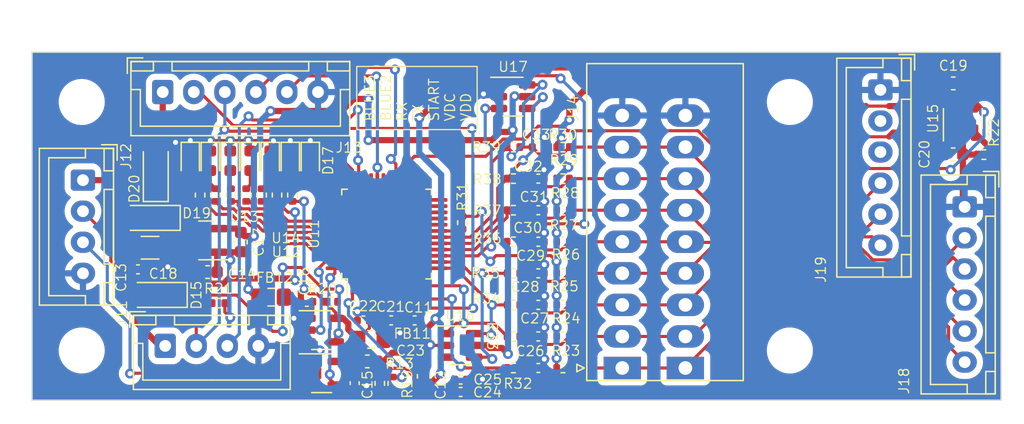
<source format=kicad_pcb>
(kicad_pcb (version 20221018) (generator pcbnew)
  (layers (0 "F.Cu" signal) (31 "B.Cu" signal) (34 "B.Paste" user) (35 "F.Paste" user) (36 "B.SilkS" user "B.Silkscreen") (37 "F.SilkS" user "F.Silkscreen") (38 "B.Mask" user) (39 "F.Mask" user) (44 "Edge.Cuts" user))
  (net 0 "")
  (net 1 "NRST")
  (net 2 "GND")
  (net 3 "VDD")
  (net 4 "+5V")
  (net 5 "+3.3VADC")
  (net 6 "VDC")
  (net 7 "+3V3")
  (net 8 "SPWR")
  (net 9 "Net-(D11-A)")
  (net 10 "Net-(D12-A)")
  (net 11 "Net-(D13-A)")
  (net 12 "Net-(J14-Pin_1)")
  (net 13 "Net-(J14-Pin_2)")
  (net 14 "Net-(J14-Pin_3)")
  (net 15 "Net-(J14-Pin_4)")
  (net 16 "Net-(D14-A)")
  (net 17 "Net-(D15-A)")
  (net 18 "Net-(D16-A)")
  (net 19 "Net-(D17-A)")
  (net 20 "Net-(D18-A)")
  (net 21 "Net-(D20-A)")
  (net 22 "Net-(J12-Pin_2)")
  (net 23 "Net-(J12-Pin_3)")
  (net 24 "Net-(J14-Pin_5)")
  (net 25 "Net-(J14-Pin_6)")
  (net 26 "Net-(J14-Pin_7)")
  (net 27 "Net-(J14-Pin_8)")
  (net 28 "SWCLK_BT0")
  (net 29 "SWDIO")
  (net 30 "U1TX")
  (net 31 "U1RX")
  (net 32 "Net-(U15-ISET)")
  (net 37 "BLUE3")
  (net 38 "BLUE2")
  (net 39 "START")
  (net 40 "U3RX")
  (net 41 "BLUE1")
  (net 42 "GREEN")
  (net 43 "RED")
  (net 44 "ANREFIN")
  (net 45 "S0")
  (net 46 "S1")
  (net 47 "S2")
  (net 48 "S3")
  (net 49 "S4")
  (net 50 "S5")
  (net 51 "S6")
  (net 52 "S7")
  (net 63 "ENSPWR")
  (net 73 "U3TX")
  (footprint "LED_SMD:LED_0603_1608Metric" (layer "F.Cu") (at 122.39 108.72 -90)
    (fp_text reference "D17")
    (fp_text value "WHITE")
  )
  (footprint "Capacitor_SMD:C_1206_3216Metric" (layer "F.Cu") (at 109.49 115.72)
    (fp_text reference "C13")
    (fp_text value "22uF")
  )
  (footprint "Capacitor_SMD:C_0402_1005Metric" (layer "F.Cu") (at 140.74 125.4)
    (fp_text reference "C26")
    (fp_text value "10nF")
  )
  (footprint "Capacitor_SMD:C_0402_1005Metric" (layer "F.Cu") (at 140.74 110.16)
    (fp_text reference "C32")
    (fp_text value "10nF")
  )
  (footprint "Package_TO_SOT_SMD:SOT-23-5" (layer "F.Cu") (at 174.91 105.3225 90)
    (fp_text reference "U15")
    (fp_text value "MT9700")
  )
  (footprint "Package_TO_SOT_SMD:SOT-23-6" (layer "F.Cu") (at 134.44 123.58)
    (fp_text reference "U16")
    (fp_text value "SRV05-4")
  )
  (footprint "TJP_FOOTPRINTS:Dyer_ADC_78x28" (layer "F.Cu") (at 99.99 99.99)
    (fp_text reference "PCB11" hide)
    (fp_text value "~")
    (fp_rect (start 0 0) (end 78 28) (stroke (width 0.1)) (fill none) (layer "Edge.Cuts"))
  )
  (footprint "Resistor_SMD:R_0402_1005Metric" (layer "F.Cu") (at 142.73 120.32)
    (fp_text reference "R25")
    (fp_text value "2k2")
  )
  (footprint "Resistor_SMD:R_0402_1005Metric" (layer "F.Cu") (at 138.74 107.62 180)
    (fp_text reference "R39")
    (fp_text value "1k0")
  )
  (footprint "Resistor_SMD:R_0402_1005Metric" (layer "F.Cu") (at 118.47378 111.48 90)
    (fp_text reference "R16" hide)
    (fp_text value "4k7")
  )
  (footprint "Capacitor_SMD:C_0603_1608Metric" (layer "F.Cu") (at 174.14 102.4925)
    (fp_text reference "C19")
    (fp_text value "10u10V")
  )
  (footprint "Capacitor_SMD:C_0402_1005Metric" (layer "F.Cu") (at 130.79 121.57 180)
    (fp_text reference "C11")
    (fp_text value "100nF")
  )
  (footprint "Connector_JST:JST_XH_B6B-XH-A_1x06_P2.50mm_Vertical" (layer "F.Cu") (at 168.28 103.02 -90)
    (fp_text reference "J19")
    (fp_text value "B6B")
  )
  (footprint "Diode_SMD:D_SOD-123" (layer "F.Cu") (at 109.95 109.64 90)
    (fp_text reference "D20")
    (fp_text value "B5819W")
  )
  (footprint "LED_SMD:LED_0603_1608Metric" (layer "F.Cu") (at 115.95 108.72 -90)
    (fp_text reference "D13" hide)
    (fp_text value "BLUE")
  )
  (footprint "Resistor_SMD:R_0402_1005Metric" (layer "F.Cu") (at 124.07 120.07)
    (fp_text reference "R20")
    (fp_text value "4k7")
  )
  (footprint "Resistor_SMD:R_0402_1005Metric" (layer "F.Cu") (at 142.73 112.7)
    (fp_text reference "R28")
    (fp_text value "2k2")
  )
  (footprint "Package_TO_SOT_SMD:SOT-23-6" (layer "F.Cu") (at 138.71 103.56)
    (fp_text reference "U17")
    (fp_text value "SRV05-4")
  )
  (footprint "Resistor_SMD:R_0402_1005Metric" (layer "F.Cu") (at 142.73 122.86)
    (fp_text reference "R24")
    (fp_text value "2k2")
  )
  (footprint "Resistor_SMD:R_0402_1005Metric" (layer "F.Cu") (at 142.73 125.4)
    (fp_text reference "R23")
    (fp_text value "2k2")
  )
  (footprint "Capacitor_SMD:C_0402_1005Metric" (layer "F.Cu") (at 126.66 121.58 180)
    (fp_text reference "C22")
    (fp_text value "100nF")
  )
  (footprint "LED_SMD:LED_0603_1608Metric" (layer "F.Cu") (at 117.56 108.72 -90)
    (fp_text reference "D14" hide)
    (fp_text value "GREEN")
  )
  (footprint "Resistor_SMD:R_0402_1005Metric" (layer "F.Cu") (at 115 120.18)
    (fp_text reference "R21")
    (fp_text value "4k7")
  )
  (footprint "Capacitor_SMD:C_0402_1005Metric" (layer "F.Cu") (at 134.49 127.33)
    (fp_text reference "C24")
    (fp_text value "100nF")
  )
  (footprint "Package_TO_SOT_SMD:SOT-23-5" (layer "F.Cu") (at 123.3 125.82)
    (fp_text reference "U12")
    (fp_text value "74LVC1G07")
  )
  (footprint "Diode_SMD:D_SOD-123" (layer "F.Cu") (at 110.12 119.52 180)
    (fp_text reference "D15")
    (fp_text value "B5819W")
  )
  (footprint "Capacitor_SMD:C_0402_1005Metric" (layer "F.Cu") (at 108.52 117.46)
    (fp_text reference "C18")
    (fp_text value "100nF")
  )
  (footprint "Capacitor_SMD:C_0402_1005Metric" (layer "F.Cu") (at 140.74 122.86)
    (fp_text reference "C27")
    (fp_text value "10nF")
  )
  (footprint "Connector_JST:JST_XH_B6B-XH-A_1x06_P2.50mm_Vertical" (layer "F.Cu") (at 175.06 112.43 -90)
    (fp_text reference "J18")
    (fp_text value "B6B")
  )
  (footprint "Resistor_SMD:R_0402_1005Metric" (layer "F.Cu") (at 138.74 122.86 180)
    (fp_text reference "R33")
    (fp_text value "1k0")
  )
  (footprint "Capacitor_SMD:C_0603_1608Metric" (layer "F.Cu") (at 116.8 115.265 -90)
    (fp_text reference "C17")
    (fp_text value "1uF")
  )
  (footprint "Resistor_SMD:R_0402_1005Metric" (layer "F.Cu") (at 134.63 113.7 -90)
    (fp_text reference "R31")
    (fp_text value "4k7")
  )
  (footprint "Connector_JST:JST_XH_B6B-XH-A_1x06_P2.50mm_Vertical" (layer "F.Cu") (at 110.51 103.19)
    (fp_text reference "J13")
    (fp_text value "BOOTLDR")
  )
  (footprint "LED_SMD:LED_0603_1608Metric" (layer "F.Cu") (at 114.34 108.72 -90)
    (fp_text reference "D12" hide)
    (fp_text value "BLUE")
  )
  (footprint "Capacitor_SMD:C_0402_1005Metric" (layer "F.Cu") (at 140.74 107.62)
    (fp_text reference "C33")
    (fp_text value "10nF")
  )
  (footprint "Resistor_SMD:R_0402_1005Metric" (layer "F.Cu") (at 129.03 126.64 -90)
    (fp_text reference "R13")
    (fp_text value "2k2")
  )
  (footprint "Capacitor_SMD:C_0402_1005Metric" (layer "F.Cu") (at 140.74 115.24)
    (fp_text reference "C30")
    (fp_text value "10nF")
  )
  (footprint "Capacitor_SMD:C_0402_1005Metric" (layer "F.Cu") (at 125.96 126.62 -90)
    (fp_text reference "C15")
    (fp_text value "100nF")
  )
  (footprint "Resistor_SMD:R_0402_1005Metric" (layer "F.Cu") (at 113.521356 111.48 90)
    (fp_text reference "R11" hide)
    (fp_text value "4k7")
  )
  (footprint "Resistor_SMD:R_0402_1005Metric" (layer "F.Cu") (at 138.74 117.78 180)
    (fp_text reference "R35")
    (fp_text value "1k0")
  )
  (footprint "Capacitor_SMD:C_0603_1608Metric" (layer "F.Cu") (at 126.98 124.87)
    (fp_text reference "C23")
    (fp_text value "1uF")
  )
  (footprint "Resistor_SMD:R_0402_1005Metric" (layer "F.Cu") (at 114.759462 111.48 90)
    (fp_text reference "R12" hide)
    (fp_text value "4k7")
  )
  (footprint "Resistor_SMD:R_0402_1005Metric" (layer "F.Cu") (at 138.74 110.16 180)
    (fp_text reference "R38")
    (fp_text value "1k0")
  )
  (footprint "Capacitor_SMD:C_0402_1005Metric" (layer "F.Cu") (at 140.74 120.32)
    (fp_text reference "C28")
    (fp_text value "10nF")
  )
  (footprint "Capacitor_SMD:C_0402_1005Metric" (layer "F.Cu") (at 134.49 126.33)
    (fp_text reference "C25")
    (fp_text value "100nF")
  )
  (footprint "Resistor_SMD:R_0402_1005Metric" (layer "F.Cu") (at 120.949998 111.48 90)
    (fp_text reference "R17" hide)
    (fp_text value "4k7")
  )
  (footprint "Package_QFP:LQFP-48_7x7mm_P0.5mm" (layer "F.Cu") (at 128.53 114.62 90)
    (fp_text reference "U11")
    (fp_text value "STM32G070CBTx")
  )
  (footprint "LED_SMD:LED_0603_1608Metric" (layer "F.Cu") (at 119.17 108.72 -90)
    (fp_text reference "D16" hide)
    (fp_text value "RED")
  )
  (footprint "Connector_JST:JST_XH_B4B-XH-A_1x04_P2.50mm_Vertical" (layer "F.Cu") (at 104.09 110.28 -90)
    (fp_text reference "J12")
    (fp_text value "NODE")
  )
  (footprint "Resistor_SMD:R_0402_1005Metric" (layer "F.Cu") (at 176.6 108.2225 180)
    (fp_text reference "R22")
    (fp_text value "6k8")
  )
  (footprint "Capacitor_SMD:C_0603_1608Metric" (layer "F.Cu") (at 131.52 126.07 90)
    (fp_text reference "C12")
    (fp_text value "1uF")
  )
  (footprint "Capacitor_SMD:C_0402_1005Metric" (layer "F.Cu") (at 128.9 121.57)
    (fp_text reference "C21")
    (fp_text value "100nF")
  )
  (footprint "Package_TO_SOT_SMD:SOT-23-5" (layer "F.Cu") (at 123.3 122.35)
    (fp_text reference "U14")
    (fp_text value "74LVC1G07")
  )
  (footprint "Capacitor_SMD:C_0603_1608Metric" (layer "F.Cu") (at 174.13 108.2025)
    (fp_text reference "C20")
    (fp_text value "10u10V")
  )
  (footprint "Capacitor_SMD:C_0402_1005Metric" (layer "F.Cu") (at 122.11 120.07)
    (fp_text reference "C16")
    (fp_text value "100nF")
  )
  (footprint "LED_SMD:LED_0603_1608Metric" (layer "F.Cu") (at 120.78 108.72 -90)
    (fp_text reference "D18" hide)
    (fp_text value "YELLOW")
  )
  (footprint "Capacitor_SMD:C_0402_1005Metric" (layer "F.Cu") (at 140.74 117.78)
    (fp_text reference "C29")
    (fp_text value "10nF")
  )
  (footprint "Resistor_SMD:R_0402_1005Metric" (layer "F.Cu") (at 119.711886 111.48 90)
    (fp_text reference "R18" hide)
    (fp_text value "4k7")
  )
  (footprint "Resistor_SMD:R_0402_1005Metric" (layer "F.Cu") (at 138.74 125.4 180)
    (fp_text reference "R32")
    (fp_text value "1k0")
  )
  (footprint "Resistor_SMD:R_0402_1005Metric" (layer "F.Cu") (at 115.997568 111.48 90)
    (fp_text reference "R14" hide)
    (fp_text value "4k7")
  )
  (footprint "Resistor_SMD:R_0402_1005Metric" (layer "F.Cu") (at 142.73 115.24)
    (fp_text reference "R27")
    (fp_text value "2k2")
  )
  (footprint "Resistor_SMD:R_0402_1005Metric" (layer "F.Cu") (at 142.73 107.62)
    (fp_text reference "R30")
    (fp_text value "2k2")
  )
  (footprint "Resistor_SMD:R_0402_1005Metric" (layer "F.Cu") (at 142.73 117.78)
    (fp_text reference "R26")
    (fp_text value "2k2")
  )
  (footprint "Resistor_SMD:R_0402_1005Metric" (layer "F.Cu") (at 138.74 112.7 180)
    (fp_text reference "R37")
    (fp_text value "1k0")
  )
  (footprint "Capacitor_SMD:C_0603_1608Metric" (layer "F.Cu") (at 114.12 117.68)
    (fp_text reference "C14")
    (fp_text value "1uF")
  )
  (footprint "Inductor_SMD:L_0805_2012Metric_Pad1.15x1.40mm_HandSolder" (layer "F.Cu") (at 127.27 123.1 180)
    (fp_text reference "FB11")
    (fp_text value "CBM201209U601T")
  )
  (footprint "Resistor_SMD:R_0402_1005Metric" (layer "F.Cu") (at 127.98 126.64 -90)
    (fp_text reference "R19")
    (fp_text value "4k7")
  )
  (footprint "Resistor_SMD:R_0402_1005Metric" (layer "F.Cu") (at 142.73 110.16)
    (fp_text reference "R29")
    (fp_text value "2k2")
  )
  (footprint "Resistor_SMD:R_0402_1005Metric" (layer "F.Cu") (at 138.74 115.24 180)
    (fp_text reference "R36")
    (fp_text value "1k0")
  )
  (footprint "Resistor_SMD:R_0402_1005Metric" (layer "F.Cu") (at 138.74 120.32 180)
    (fp_text reference "R34")
    (fp_text value "1k0")
  )
  (footprint "Capacitor_SMD:C_0402_1005Metric" (layer "F.Cu") (at 140.74 112.7)
    (fp_text reference "C31")
    (fp_text value "10nF")
  )
  (footprint "Inductor_SMD:L_0805_2012Metric_Pad1.15x1.40mm_HandSolder" (layer "F.Cu") (at 119.24 119.7 180)
    (fp_text reference "FB12")
    (fp_text value "CBM201209U601T")
  )
  (footprint "Resistor_SMD:R_0402_1005Metric" (layer "F.Cu") (at 117.235674 111.48 90)
    (fp_text reference "R15" hide)
    (fp_text value "4k7")
  )
  (footprint "Diode_SMD:D_SOD-123" (layer "F.Cu") (at 109.5575 113.32 180)
    (fp_text reference "D19")
    (fp_text value "B5819W")
  )
  (footprint "LED_SMD:LED_0603_1608Metric" (layer "F.Cu") (at 112.73 108.72 -90)
    (fp_text reference "D11" hide)
    (fp_text value "BLUE")
  )
  (footprint "Connector_JST:JST_XH_B4B-XH-A_1x04_P2.50mm_Vertical" (layer "F.Cu") (at 110.71 123.62)
    (fp_text reference "J11")
    (fp_text value "SWD")
  )
  (footprint "tjp_footprints:DB141V-2.54-09P-C" (layer "F.Cu") (at 147.5 125.4 90)
    (fp_text reference "J14")
    (fp_text value "Clamp_Terminal_01x09")
  )
  (footprint "Package_TO_SOT_SMD:SOT-23" (layer "F.Cu") (at 114.0625 115.13 180)
    (fp_text reference "U13")
    (fp_text value "HXY6206I-3V3")
  )
  (gr_text_box "BLUE3\nBLUE2\nRX\nTX\nSTART\nVDC\nVDD\n" (start 126.125 106.21) (end 135.815 101.13) (angle 90) (layer "F.SilkS") (effects (font (size 0.8 0.8) (thickness 0.1)) (justify left top)) (stroke (width 0.1)))
  (segment (start 130.28 120.14) (end 130.28 118.7825) (width 0.25) (layer "F.Cu") (net 1))
  (segment (start 135.5005 120.58) (end 131.3 120.58) (width 0.25) (layer "F.Cu") (net 1))
  (segment (start 123.081701 106.12) (end 122.851701 105.89) (width 0.25) (layer "F.Cu") (net 1))
  (segment (start 122.851701 105.89) (end 116.187777 105.89) (width 0.25) (layer "F.Cu") (net 1))
  (segment (start 113.487777 103.19) (end 113.01 103.19) (width 0.25) (layer "F.Cu") (net 1))
  (segment (start 130.72 120.58) (end 130.28 120.14) (width 0.25) (layer "F.Cu") (net 1))
  (segment (start 116.187777 105.89) (end 113.487777 103.19) (width 0.25) (layer "F.Cu") (net 1))
  (segment (start 131.3 121.54) (end 131.27 121.57) (width 0.25) (layer "F.Cu") (net 1))
  (segment (start 131.3 120.58) (end 131.3 121.54) (width 0.25) (layer "F.Cu") (net 1))
  (segment (start 131.3 120.58) (end 130.72 120.58) (width 0.25) (layer "F.Cu") (net 1))
  (segment (start 135.4 106.12) (end 123.081701 106.12) (width 0.25) (layer "F.Cu") (net 1))
  (via (at 135.5005 120.58) (size 0.8) (drill 0.4) (layers "F.Cu" "B.Cu") (net 1))
  (via (at 135.4 106.12) (size 0.8) (drill 0.4) (layers "F.Cu" "B.Cu") (net 1))
  (segment (start 135.475 120.5545) (end 135.475 106.195) (width 0.25) (layer "B.Cu") (net 1))
  (segment (start 135.475 106.195) (end 135.4 106.12) (width 0.25) (layer "B.Cu") (net 1))
  (segment (start 135.5005 120.58) (end 135.475 120.5545) (width 0.25) (layer "B.Cu") (net 1))
  (segment (start 121.07 121.4) (end 122.1625 121.4) (width 0.25) (layer "F.Cu") (net 2))
  (segment (start 112.73 107.9325) (end 112.73 107.09) (width 0.25) (layer "F.Cu") (net 2))
  (segment (start 141.22 122.86) (end 141.22 122.15) (width 0.25) (layer "F.Cu") (net 2))
  (segment (start 174.925 108.2225) (end 174.905 108.2025) (width 0.5) (layer "F.Cu") (net 2))
  (segment (start 126.18 121.58) (end 126.18 120.87) (width 0.25) (layer "F.Cu") (net 2))
  (segment (start 122.59 120.9725) (end 122.1625 121.4) (width 0.25) (layer "F.Cu") (net 2))
  (segment (start 174.915 112.285) (end 175.06 112.43) (width 0.5) (layer "F.Cu") (net 2))
  (segment (start 123.14 123.99) (end 123.15 123.98) (width 0.25) (layer "F.Cu") (net 2))
  (segment (start 123.15 125.47) (end 123.15 126.166751) (width 0.25) (layer "F.Cu") (net 2))
  (segment (start 131.52 124.06) (end 132.04 123.54) (width 0.5) (layer "F.Cu") (net 2))
  (segment (start 122.1625 123.99) (end 123.14 123.99) (width 0.25) (layer "F.Cu") (net 2))
  (segment (start 128.999949 124.16) (end 131.42 124.16) (width 0.5) (layer "F.Cu") (net 2))
  (segment (start 174.915 102.4925) (end 174.915 112.285) (width 0.5) (layer "F.Cu") (net 2))
  (segment (start 114.34 107.9325) (end 114.34 107.09) (width 0.25) (layer "F.Cu") (net 2))
  (segment (start 137.5725 103.56) (end 136.55 103.56) (width 0.25) (layer "F.Cu") (net 2))
  (segment (start 122.1625 124.87) (end 122.55 124.87) (width 0.25) (layer "F.Cu") (net 2))
  (segment (start 122.39 107.9325) (end 122.39 107.09) (width 0.25) (layer "F.Cu") (net 2))
  (segment (start 126.18 120.87) (end 126.19 120.86) (width 0.25) (layer "F.Cu") (net 2))
  (segment (start 110.965 117.215) (end 110.92 117.26) (width 0.25) (layer "F.Cu") (net 2))
  (segment (start 119.17 107.36) (end 119.42 107.11) (width 0.25) (layer "F.Cu") (net 2))
  (segment (start 141.22 117.78) (end 141.22 117.08) (width 0.25) (layer "F.Cu") (net 2))
  (segment (start 112.73 107.09) (end 122.39 107.09) (width 0.25) (layer "F.Cu") (net 2))
  (segment (start 110.965 115.72) (end 110.965 117.215) (width 0.25) (layer "F.Cu") (net 2))
  (segment (start 176.09 108.2225) (end 174.925 108.2225) (width 0.5) (layer "F.Cu") (net 2))
  (segment (start 115.9505 116.0995) (end 115.97 116.08) (width 0.5) (layer "F.Cu") (net 2))
  (segment (start 133.3025 123.58) (end 132.08 123.58) (width 0.25) (layer "F.Cu") (net 2))
  (segment (start 128.78 118.7825) (end 128.78 120.962391) (width 0.25) (layer "F.Cu") (net 2))
  (segment (start 115.51 120.18) (end 115.51 120.8995) (width 0.25) (layer "F.Cu") (net 2))
  (segment (start 131.42 124.16) (end 132.04 123.54) (width 0.5) (layer "F.Cu") (net 2))
  (segment (start 128.289949 124.87) (end 128.999949 124.16) (width 0.5) (layer "F.Cu") (net 2))
  (segment (start 122.1625 123.99) (end 122.1625 123.3) (width 0.25) (layer "F.Cu") (net 2))
  (segment (start 129.38 121.57) (end 129.38 122.34) (width 0.25) (layer "F.Cu") (net 2))
  (segment (start 110.72 117.46) (end 110.92 117.26) (width 0.5) (layer "F.Cu") (net 2))
  (segment (start 134.97 127.33) (end 134.97 126.33) (width 0.25) (layer "F.Cu") (net 2))
  (segment (start 141.22 115.24) (end 141.22 114.53) (width 0.25) (layer "F.Cu") (net 2))
  (segment (start 122.59 120.07) (end 122.59 120.9725) (width 0.25) (layer "F.Cu") (net 2))
  (segment (start 129.38 121.562391) (end 129.38 121.57) (width 0.25) (layer "F.Cu") (net 2))
  (segment (start 119.17 107.9325) (end 119.17 107.36) (width 0.25) (layer "F.Cu") (net 2))
  (segment (start 127.755 124.87) (end 128.289949 124.87) (width 0.5) (layer "F.Cu") (net 2))
  (segment (start 122.546751 126.77) (end 122.1625 126.77) (width 0.25) (layer "F.Cu") (net 2))
  (segment (start 128.78 120.962391) (end 129.38 121.562391) (width 0.25) (layer "F.Cu") (net 2))
  (segment (start 114.895 117.68) (end 114.895 116.185) (width 0.5) (layer "F.Cu") (net 2))
  (segment (start 141.22 125.4) (end 141.22 124.69) (width 0.25) (layer "F.Cu") (net 2))
  (segment (start 115.51 120.8995) (end 115.9505 121.34) (width 0.25) (layer "F.Cu") (net 2))
  (segment (start 130.31 121.57) (end 129.38 121.57) (width 0.25) (layer "F.Cu") (net 2))
  (segment (start 117.56 107.9325) (end 117.56 107.2405) (width 0.25) (layer "F.Cu") (net 2))
  (segment (start 117.56 107.2405) (end 117.3995 107.08) (width 0.25) (layer "F.Cu") (net 2))
  (segment (start 126.93 126.81) (end 126.94 126.82) (width 0.25) (layer "F.Cu") (net 2))
  (segment (start 141.22 120.32) (end 141.22 119.6) (width 0.25) (layer "F.Cu") (net 2))
  (segment (start 111.48 107.3) (end 111.54 107.24) (width 0.25) (layer "F.Cu") (net 2))
  (segment (start 123.15 126.166751) (end 122.546751 126.77) (width 0.25) (layer "F.Cu") (net 2))
  (segment (start 129.38 122.34) (end 129.61 122.57) (width 0.25) (layer "F.Cu") (net 2))
  (segment (start 125.97 126.81) (end 126.93 126.81) (width 0.25) (layer "F.Cu") (net 2))
  (segment (start 136.55 103.56) (end 136.33 103.34) (width 0.25) (layer "F.Cu") (net 2))
  (segment (start 115.95 107.9325) (end 115.95 107.09) (width 0.25) (layer "F.Cu") (net 2))
  (segment (start 122.1625 124.87) (end 122.1625 123.99) (width 0.25) (layer "F.Cu") (net 2))
  (segment (start 115.9505 116.71) (end 115.9505 116.0995) (width 0.5) (layer "F.Cu") (net 2))
  (segment (start 114.895 116.185) (end 115 116.08) (width 0.5) (layer "F.Cu") (net 2))
  (segment (start 115.97 116.08) (end 116.76 116.08) (width 0.5) (layer "F.Cu") (net 2))
  (segment (start 141.221909 106.821196) (end 141.22 106.823105) (width 0.25) (layer "F.Cu") (net 2))
  (segment (start 115 116.08) (end 115.97 116.08) (width 0.5) (layer "F.Cu") (net 2))
  (segment (start 131.52 125.295) (end 131.52 124.06) (width 0.5) (layer "F.Cu") (net 2))
  (segment (start 141.22 106.823105) (end 141.22 107.62) (width 0.25) (layer "F.Cu") (net 2))
  (segment (start 134.97 126.33) (end 136.22 126.33) (width 0.25) (layer "F.Cu") (net 2))
  (segment (start 141.22 110.16) (end 141.22 109.46) (width 0.25) (layer "F.Cu") (net 2))
  (segment (start 122.55 124.87) (end 123.15 125.47) (width 0.25) (layer "F.Cu") (net 2))
  (segment (start 141.22 114.53) (end 141.21 114.52) (width 0.25) (layer "F.Cu") (net 2))
  (segment (start 141.22 109.46) (end 141.2 109.44) (width 0.25) (layer "F.Cu") (net 2))
  (segment (start 141.22 112.7) (end 141.22 112) (width 0.25) (layer "F.Cu") (net 2))
  (segment (start 132.08 123.58) (end 132.04 123.54) (width 0.25) (layer "F.Cu") (net 2))
  (segment (start 120.78 107.9325) (end 120.78 107.09) (width 0.25) (layer "F.Cu") (net 2))
  (segment (start 136.22 126.33) (end 136.25 126.3) (width 0.25) (layer "F.Cu") (net 2))
  (segment (start 116.76 116.08) (end 116.8 116.04) (width 0.5) (layer "F.Cu") (net 2))
  (segment (start 109 117.46) (end 110.72 117.46) (width 0.5) (layer "F.Cu") (net 2))
  (via (at 115.95 107.09) (size 0.8) (drill 0.4) (layers "F.Cu" "B.Cu") (net 2))
  (via (at 141.22 124.69) (size 0.8) (drill 0.4) (layers "F.Cu" "B.Cu") (net 2))
  (via (at 117.3995 107.08) (size 0.8) (drill 0.4) (layers "F.Cu" "B.Cu") (net 2))
  (via (at 141.2 109.44) (size 0.8) (drill 0.4) (layers "F.Cu" "B.Cu") (net 2))
  (via (at 141.22 112) (size 0.8) (drill 0.4) (layers "F.Cu" "B.Cu") (net 2))
  (via (at 126.19 120.86) (size 0.8) (drill 0.4) (layers "F.Cu" "B.Cu") (net 2))
  (via (at 141.22 117.08) (size 0.8) (drill 0.4) (layers "F.Cu" "B.Cu") (net 2))
  (via (at 110.92 117.26) (size 0.8) (drill 0.4) (layers "F.Cu" "B.Cu") (net 2))
  (via (at 141.21 114.52) (size 0.8) (drill 0.4) (layers "F.Cu" "B.Cu") (net 2))
  (via (at 136.25 126.3) (size 0.8) (drill 0.4) (layers "F.Cu" "B.Cu") (net 2))
  (via (at 126.94 126.82) (size 0.8) (drill 0.4) (layers "F.Cu" "B.Cu") (net 2))
  (via (at 114.34 107.09) (size 0.8) (drill 0.4) (layers "F.Cu" "B.Cu") (net 2))
  (via (at 141.22 119.6) (size 0.8) (drill 0.4) (layers "F.Cu" "B.Cu") (net 2))
  (via (at 123.15 123.98) (size 0.8) (drill 0.4) (layers "F.Cu" "B.Cu") (net 2))
  (via (at 141.221909 106.821196) (size 0.8) (drill 0.4) (layers "F.Cu" "B.Cu") (net 2))
  (via (at 112.73 107.09) (size 0.8) (drill 0.4) (layers "F.Cu" "B.Cu") (net 2))
  (via (at 115.9505 116.71) (size 0.8) (drill 0.4) (layers "F.Cu" "B.Cu") (net 2))
  (via (at 132.04 123.54) (size 0.8) (drill 0.4) (layers "F.Cu" "B.Cu") (net 2))
  (via (at 122.39 107.09) (size 0.8) (drill 0.4) (layers "F.Cu" "B.Cu") (net 2))
  (via (at 119.42 107.11) (size 0.8) (drill 0.4) (layers "F.Cu" "B.Cu") (net 2))
  (via (at 120.78 107.09) (size 0.8) (drill 0.4) (layers "F.Cu" "B.Cu") (net 2))
  (via (at 129.61 122.57) (size 0.8) (drill 0.4) (layers "F.Cu" "B.Cu") (net 2))
  (via (at 121.07 121.4) (size 0.8) (drill 0.4) (layers "F.Cu" "B.Cu") (net 2))
  (via (at 136.33 103.34) (size 0.8) (drill 0.4) (layers "F.Cu" "B.Cu") (net 2))
  (via (at 115.9505 121.34) (size 0.8) (drill 0.4) (layers "F.Cu" "B.Cu") (net 2))
  (via (at 141.22 122.15) (size 0.8) (drill 0.4) (layers "F.Cu" "B.Cu") (net 2))
  (via (at 111.54 107.24) (size 0.8) (drill 0.4) (layers "F.Cu" "B.Cu") (net 2))
  (segment (start 131.042183 127.62) (end 133.72 127.62) (width 0.25) (layer "F.Cu") (net 3))
  (segment (start 127.98 126.13) (end 128.685 125.425) (width 0.25) (layer "F.Cu") (net 3))
  (segment (start 130.055 125.425) (end 130.72 126.09) (width 0.25) (layer "F.Cu") (net 3))
  (segment (start 128.020685 117.72) (end 128.28 117.979315) (width 0.25) (layer "F.Cu") (net 3))
  (segment (start 121.884282 119.024019) (end 122.295263 119.435) (width 0.25) (layer "F.Cu") (net 3))
  (segment (start 125.03 121.4) (end 125.45 121.82) (width 0.5) (layer "F.Cu") (net 3))
  (segment (start 127.28 117.979315) (end 127.539314 117.72) (width 0.25) (layer "F.Cu") (net 3))
  (segment (start 126.205 124.87) (end 126.205 125.895) (width 0.5) (layer "F.Cu") (net 3))
  (segment (start 123.56 120.07) (end 124.4375 120.9475) (width 0.25) (layer "F.Cu") (net 3))
  (segment (start 128.685 125.425) (end 130.055 125.425) (width 0.25) (layer "F.Cu") (net 3))
  (segment (start 122.925 119.435) (end 123.56 120.07) (width 0.25) (layer "F.Cu") (net 3))
  (segment (start 128.28 117.979315) (end 128.28 118.7825) (width 0.25) (layer "F.Cu") (net 3))
  (segment (start 127.98 126.13) (end 127.82 125.97) (width 0.5) (layer "F.Cu") (net 3))
  (segment (start 124.4375 120.9475) (end 124.4375 121.4) (width 0.25) (layer "F.Cu") (net 3))
  (segment (start 126.245 123.1) (end 126.245 124.83) (width 0.5) (layer "F.Cu") (net 3))
  (segment (start 120.949998 111.99) (end 121.88 111.99) (width 0.25) (layer "F.Cu") (net 3))
  (segment (start 126.13 125.97) (end 125.96 126.14) (width 0.5) (layer "F.Cu") (net 3))
  (segment (start 120.615 120.05) (end 120.265 119.7) (width 0.5) (layer "F.Cu") (net 3))
  (segment (start 128.28 121.43) (end 128.42 121.57) (width 0.25) (layer "F.Cu") (net 3))
  (segment (start 124.4375 121.4) (end 125.03 121.4) (width 0.5) (layer "F.Cu") (net 3))
  (segment (start 127.28 121.44) (end 127.14 121.58) (width 0.25) (layer "F.Cu") (net 3))
  (segment (start 121.61 120.05) (end 120.615 120.05) (width 0.5) (layer "F.Cu") (net 3))
  (segment (start 134.01 127.33) (end 134.01 126.33) (width 0.25) (layer "F.Cu") (net 3))
  (segment (start 133.72 127.62) (end 134.01 127.33) (width 0.25) (layer "F.Cu") (net 3))
  (segment (start 124.4375 124.87) (end 125.51 124.87) (width 0.5) (layer "F.Cu") (net 3))
  (segment (start 121.63 119.278301) (end 121.63 120.07) (width 0.5) (layer "F.Cu") (net 3))
  (segment (start 130.72 127.297817) (end 131.042183 127.62) (width 0.25) (layer "F.Cu") (net 3))
  (segment (start 130.72 126.09) (end 130.72 127.297817) (width 0.25) (layer "F.Cu") (net 3))
  (segment (start 125.51 124.87) (end 126.205 124.87) (width 0.5) (layer "F.Cu") (net 3))
  (segment (start 125.45 121.82) (end 125.45 122.305) (width 0.5) (layer "F.Cu") (net 3))
  (segment (start 127.82 125.97) (end 126.13 125.97) (width 0.5) (layer "F.Cu") (net 3))
  (segment (start 127.28 118.7825) (end 127.28 117.979315) (width 0.25) (layer "F.Cu") (net 3))
  (segment (start 127.14 122.205) (end 126.245 123.1) (width 0.25) (layer "F.Cu") (net 3))
  (segment (start 127.539314 117.72) (end 128.020685 117.72) (width 0.25) (layer "F.Cu") (net 3))
  (segment (start 121.884282 119.024019) (end 121.63 119.278301) (width 0.5) (layer "F.Cu") (net 3))
  (segment (start 121.63 120.07) (end 121.61 120.05) (width 0.5) (layer "F.Cu") (net 3))
  (segment (start 127.28 118.7825) (end 127.28 121.44) (width 0.25) (layer "F.Cu") (net 3))
  (segment (start 122.295263 119.435) (end 122.925 119.435) (width 0.25) (layer "F.Cu") (net 3))
  (segment (start 127.14 121.58) (end 127.14 122.205) (width 0.25) (layer "F.Cu") (net 3))
  (segment (start 125.45 122.305) (end 126.245 123.1) (width 0.5) (layer "F.Cu") (net 3))
  (segment (start 128.28 118.7825) (end 128.28 121.43) (width 0.25) (layer "F.Cu") (net 3))
  (segment (start 126.205 125.895) (end 125.96 126.14) (width 0.5) (layer "F.Cu") (net 3))
  (via (at 121.88 111.99) (size 0.8) (drill 0.4) (layers "F.Cu" "B.Cu") (net 3))
  (via (at 121.884282 119.024019) (size 0.8) (drill 0.4) (layers "F.Cu" "B.Cu") (net 3))
  (segment (start 121.884282 119.024019) (end 121.88 119.019737) (width 0.25) (layer "B.Cu") (net 3))
  (segment (start 121.88 119.019737) (end 121.88 111.99) (width 0.25) (layer "B.Cu") (net 3))
  (segment (start 105.72 110.28) (end 107.9075 112.4675) (width 0.5) (layer "F.Cu") (net 4))
  (segment (start 107.9075 113.32) (end 107.9075 115.6125) (width 0.5) (layer "F.Cu") (net 4))
  (segment (start 108.04 115.745) (end 108.015 115.72) (width 0.5) (layer "F.Cu") (net 4))
  (segment (start 107.9075 115.6125) (end 108.015 115.72) (width 0.5) (layer "F.Cu") (net 4))
  (segment (start 104.09 110.28) (end 105.72 110.28) (width 0.5) (layer "F.Cu") (net 4))
  (segment (start 108.04 117.46) (end 108.04 115.745) (width 0.5) (layer "F.Cu") (net 4))
  (segment (start 107.9075 112.4675) (end 107.9075 113.32) (width 0.5) (layer "F.Cu") (net 4))
  (segment (start 135.23 101.21) (end 131.16 105.28) (width 0.5) (layer "F.Cu") (net 5))
  (segment (start 132.46 121.524386) (end 132.46 121.44) (width 0.5) (layer "F.Cu") (net 5))
  (segment (start 155.85 103.94005) (end 153.11995 101.21) (width 0.5) (layer "F.Cu") (net 5))
  (segment (start 127.78 118.7825) (end 127.78 122.585) (width 0.25) (layer "F.Cu") (net 5))
  (segment (start 157.66 108.07) (end 155.85 106.26) (width 0.5) (layer "F.Cu") (net 5))
  (segment (start 127.78 122.585) (end 128.295 123.1) (width 0.25) (layer "F.Cu") (net 5))
  (segment (start 131.184386 122.8) (end 132.46 121.524386) (width 0.5) (layer "F.Cu") (net 5))
  (segment (start 167.1 104.31) (end 163.34 108.07) (width 0.5) (layer "F.Cu") (net 5))
  (segment (start 132.89 125.84) (end 131.885 126.845) (width 0.5) (layer "F.Cu") (net 5))
  (segment (start 173.96 104.185) (end 173.96 103.0875) (width 0.5) (layer "F.Cu") (net 5))
  (segment (start 131.885 126.845) (end 131.52 126.845) (width 0.5) (layer "F.Cu") (net 5))
  (segment (start 173.96 103.0875) (end 173.365 102.4925) (width 0.5) (layer "F.Cu") (net 5))
  (segment (start 130.39 123.42) (end 131.01 122.8) (width 0.5) (layer "F.Cu") (net 5))
  (segment (start 128.295 123.1) (end 128.615 123.42) (width 0.5) (layer "F.Cu") (net 5))
  (segment (start 155.85 106.26) (end 155.85 103.94005) (width 0.5) (layer "F.Cu") (net 5))
  (segment (start 131.01 122.8) (end 131.184386 122.8) (width 0.5) (layer "F.Cu") (net 5))
  (segment (start 128.615 123.42) (end 130.39 123.42) (width 0.5) (layer "F.Cu") (net 5))
  (segment (start 168.97 104.32) (end 167.11 104.32) (width 0.25) (layer "F.Cu") (net 5))
  (segment (start 163.34 108.07) (end 157.66 108.07) (width 0.5) (layer "F.Cu") (net 5))
  (segment (start 167.11 104.32) (end 167.1 104.31) (width 0.25) (layer "F.Cu") (net 5))
  (segment (start 173.825 104.32) (end 168.97 104.32) (width 0.5) (layer "F.Cu") (net 5))
  (segment (start 153.11995 101.21) (end 135.23 101.21) (width 0.5) (layer "F.Cu") (net 5))
  (segment (start 173.96 104.185) (end 173.825 104.32) (width 0.5) (layer "F.Cu") (net 5))
  (via (at 132.46 121.44) (size 0.8) (drill 0.4) (layers "F.Cu" "B.Cu") (net 5))
  (via (at 132.89 125.84) (size 0.8) (drill 0.4) (layers "F.Cu" "B.Cu") (net 5))
  (via (at 131.16 105.28) (size 0.8) (drill 0.4) (layers "F.Cu" "B.Cu") (net 5))
  (segment (start 132.92 109.85) (end 131.16 108.09) (width 0.5) (layer "B.Cu") (net 5))
  (segment (start 132.46 121.44) (end 132.92 120.98) (width 0.5) (layer "B.Cu") (net 5))
  (segment (start 132.92 120.98) (end 132.92 109.85) (width 0.5) (layer "B.Cu") (net 5))
  (segment (start 131.16 108.09) (end 131.16 105.28) (width 0.5) (layer "B.Cu") (net 5))
  (segment (start 132.89 125.84) (end 132.89 121.87) (width 0.5) (layer "B.Cu") (net 5))
  (segment (start 132.89 121.87) (end 132.46 121.44) (width 0.5) (layer "B.Cu") (net 5))
  (segment (start 115.8255 118.1945) (end 115.41 118.61) (width 0.5) (layer "F.Cu") (net 6))
  (segment (start 111.2075 113.32) (end 112.33 113.32) (width 0.5) (layer "F.Cu") (net 6))
  (segment (start 109.95 111.29) (end 109.95 112.0625) (width 0.5) (layer "F.Cu") (net 6))
  (segment (start 121.1555 112.8605) (end 120.582386 112.8605) (width 0.25) (layer "F.Cu") (net 6))
  (segment (start 109.95 112.0625) (end 111.2075 113.32) (width 0.5) (layer "F.Cu") (net 6))
  (segment (start 113.125 114.115) (end 113.125 115.13) (width 0.5) (layer "F.Cu") (net 6))
  (segment (start 112.33 113.32) (end 113.125 114.115) (width 0.5) (layer "F.Cu") (net 6))
  (segment (start 111.77 118.27) (end 112.36 117.68) (width 0.5) (layer "F.Cu") (net 6))
  (segment (start 113.135 115.14) (end 113.125 115.13) (width 0.5) (layer "F.Cu") (net 6))
  (segment (start 111.77 119.52) (end 111.77 118.27) (width 0.5) (layer "F.Cu") (net 6))
  (segment (start 113.125 115.13) (end 113.125 117.46) (width 0.5) (layer "F.Cu") (net 6))
  (segment (start 121.01 118.1945) (end 115.8255 118.1945) (width 0.5) (layer "F.Cu") (net 6))
  (segment (start 121.1555 118.34) (end 121.1355 118.32) (width 0.25) (layer "F.Cu") (net 6))
  (segment (start 121.1555 118.34) (end 121.01 118.1945) (width 0.5) (layer "F.Cu") (net 6))
  (segment (start 115.41 118.61) (end 114.275 118.61) (width 0.5) (layer "F.Cu") (net 6))
  (segment (start 113.125 117.46) (end 113.345 117.68) (width 0.5) (layer "F.Cu") (net 6))
  (segment (start 120.582386 112.8605) (end 119.711886 111.99) (width 0.25) (layer "F.Cu") (net 6))
  (segment (start 112.36 117.68) (end 113.345 117.68) (width 0.5) (layer "F.Cu") (net 6))
  (segment (start 114.275 118.61) (end 113.345 117.68) (width 0.5) (layer "F.Cu") (net 6))
  (via (at 121.1555 118.34) (size 0.8) (drill 0.4) (layers "F.Cu" "B.Cu") (net 6))
  (via (at 121.1555 112.8605) (size 0.8) (drill 0.4) (layers "F.Cu" "B.Cu") (net 6))
  (segment (start 121.1555 118.34) (end 121.17 118.3255) (width 0.25) (layer "B.Cu") (net 6))
  (segment (start 121.17 112.875) (end 121.1555 112.8605) (width 0.25) (layer "B.Cu") (net 6))
  (segment (start 121.17 118.3255) (end 121.17 112.875) (width 0.25) (layer "B.Cu") (net 6))
  (segment (start 138.5305 106.4) (end 137.66629 106.4) (width 0.5) (layer "F.Cu") (net 7))
  (segment (start 117.85 114.78) (end 117.09 114.78) (width 0.5) (layer "F.Cu") (net 7))
  (segment (start 125.633959 104.003959) (end 125.897918 103.74) (width 0.5) (layer "F.Cu") (net 7))
  (segment (start 137.66629 106.4) (end 137.00629 107.06) (width 0.5) (layer "F.Cu") (net 7))
  (segment (start 116.49 114.18) (end 116.8 114.49) (width 0.5) (layer "F.Cu") (net 7))
  (segment (start 135.5775 123.58) (end 136.587918 123.58) (width 0.5) (layer "F.Cu") (net 7))
  (segment (start 117.09 114.78) (end 116.8 114.49) (width 0.5) (layer "F.Cu") (net 7))
  (segment (start 115 114.18) (end 116.49 114.18) (width 0.5) (layer "F.Cu") (net 7))
  (segment (start 118.055 119.7) (end 117.3995 119.0445) (width 0.5) (layer "F.Cu") (net 7))
  (segment (start 138.68 106.2505) (end 138.5305 106.4) (width 0.5) (layer "F.Cu") (net 7))
  (segment (start 136.797918 123.79) (end 137.82 123.79) (width 0.5) (layer "F.Cu") (net 7))
  (segment (start 124.922418 104.7155) (end 125.633959 104.003959) (width 0.5) (layer "F.Cu") (net 7))
  (segment (start 137.82 123.79) (end 138.3 124.27) (width 0.5) (layer "F.Cu") (net 7))
  (segment (start 125.897918 103.74) (end 127.066396 103.74) (width 0.5) (layer "F.Cu") (net 7))
  (segment (start 136.587918 123.58) (end 136.797918 123.79) (width 0.5) (layer "F.Cu") (net 7))
  (segment (start 118.215 119.7) (end 118.055 119.7) (width 0.5) (layer "F.Cu") (net 7))
  (segment (start 119.19 104.7155) (end 124.922418 104.7155) (width 0.5) (layer "F.Cu") (net 7))
  (segment (start 137.00629 107.06) (end 127.066396 107.06) (width 0.5) (layer "F.Cu") (net 7))
  (via (at 119.19 104.7155) (size 0.8) (drill 0.4) (layers "F.Cu" "B.Cu") (net 7))
  (via (at 127.066396 103.74) (size 0.8) (drill 0.4) (layers "F.Cu" "B.Cu") (net 7))
  (via (at 138.3 124.27) (size 0.8) (drill 0.4) (layers "F.Cu" "B.Cu") (net 7))
  (via (at 117.85 114.78) (size 0.8) (drill 0.4) (layers "F.Cu" "B.Cu") (net 7))
  (via (at 138.8345 103.53) (size 0.8) (drill 0.4) (layers "F.Cu" "B.Cu") (net 7))
  (via (at 117.3995 119.0445) (size 0.8) (drill 0.4) (layers "F.Cu" "B.Cu") (net 7))
  (via (at 127.066396 107.06) (size 0.8) (drill 0.4) (layers "F.Cu" "B.Cu") (net 7))
  (via (at 138.68 106.2505) (size 0.8) (drill 0.4) (layers "F.Cu" "B.Cu") (net 7))
  (segment (start 118.351041 107.501041) (end 118.351041 105.554459) (width 0.5) (layer "B.Cu") (net 7))
  (segment (start 127.07 107.056396) (end 127.066396 107.06) (width 0.5) (layer "B.Cu") (net 7))
  (segment (start 138.3 115.776857) (end 137.72 115.196857) (width 0.5) (layer "B.Cu") (net 7))
  (segment (start 138.68 106.2505) (end 138.68 106.79) (width 0.5) (layer "B.Cu") (net 7))
  (segment (start 117.85 108.002082) (end 118.351041 107.501041) (width 0.5) (layer "B.Cu") (net 7))
  (segment (start 117.3995 119.0445) (end 117.3995 115.2305) (width 0.5) (layer "B.Cu") (net 7))
  (segment (start 117.85 114.78) (end 117.85 108.002082) (width 0.5) (layer "B.Cu") (net 7))
  (segment (start 117.3995 115.2305) (end 117.85 114.78) (width 0.5) (layer "B.Cu") (net 7))
  (segment (start 118.351041 105.554459) (end 119.19 104.7155) (width 0.5) (layer "B.Cu") (net 7))
  (segment (start 127.066396 103.74) (end 127.07 103.743604) (width 0.5) (layer "B.Cu") (net 7))
  (segment (start 127.07 103.743604) (end 127.07 107.056396) (width 0.5) (layer "B.Cu") (net 7))
  (segment (start 138.8345 103.53) (end 138.68 103.6845) (width 0.5) (layer "B.Cu") (net 7))
  (segment (start 138.3 124.27) (end 138.3 115.776857) (width 0.5) (layer "B.Cu") (net 7))
  (segment (start 138.68 103.6845) (end 138.68 106.79) (width 0.5) (layer "B.Cu") (net 7))
  (segment (start 137.72 107.75) (end 138.68 106.79) (width 0.5) (layer "B.Cu") (net 7))
  (segment (start 137.72 115.196857) (end 137.72 107.75) (width 0.5) (layer "B.Cu") (net 7))
  (segment (start 165.09 108.77) (end 167.06 106.8) (width 0.5) (layer "F.Cu") (net 8))
  (segment (start 137.345 116.355) (end 141.745 116.355) (width 0.25) (layer "F.Cu") (net 8))
  (segment (start 142.60747 106.894672) (end 142.22 107.282142) (width 0.25) (layer "F.Cu") (net 8))
  (segment (start 169.303478 106.46) (end 168.991739 106.771739) (width 0.5) (layer "F.Cu") (net 8))
  (segment (start 154.03 103.11) (end 155.06 104.14) (width 0.5) (layer "F.Cu") (net 8))
  (segment (start 142.216963 124.618788) (end 142.216963 125.396963) (width 0.25) (layer "F.Cu") (net 8))
  (segment (start 173.96 107.5975) (end 173.355 108.2025) (width 0.5) (layer "F.Cu") (net 8))
  (segment (start 173.96 106.46) (end 169.303478 106.46) (width 0.5) (layer "F.Cu") (net 8))
  (segment (start 167.06 106.8) (end 167.06 106.79) (width 0.5) (layer "F.Cu") (net 8))
  (segment (start 168.973478 106.79) (end 167.06 106.79) (width 0.25) (layer "F.Cu") (net 8))
  (segment (start 143.16 109.2405) (end 143.1395 109.2405) (width 0.25) (layer "F.Cu") (net 8))
  (segment (start 135.82 113.19) (end 136.2 112.81) (width 0.25) (layer "F.Cu") (net 8))
  (segment (start 143.24 104.25) (end 144.38 103.11) (width 0.5) (layer "F.Cu") (net 8))
  (segment (start 155.06 106.63) (end 157.2 108.77) (width 0.5) (layer "F.Cu") (net 8))
  (segment (start 142.22 122.86) (end 142.22 122.130513) (width 0.25) (layer "F.Cu") (net 8))
  (segment (start 144.38 103.11) (end 154.03 103.11) (width 0.5) (layer "F.Cu") (net 8))
  (segment (start 141.745 116.355) (end 142.21 116.82) (width 0.25) (layer "F.Cu") (net 8))
  (segment (start 142.22 114.53) (end 142.22 115.24) (width 0.25) (layer "F.Cu") (net 8))
  (segment (start 157.2 108.77) (end 165.09 108.77) (width 0.5) (layer "F.Cu") (net 8))
  (segment (start 142.22 122.130513) (end 142.219299 122.129812) (width 0.25) (layer "F.Cu") (net 8))
  (segment (start 142.22 111.960961) (end 142.22 112.7) (width 0.25) (layer "F.Cu") (net 8))
  (segment (start 143.1395 109.2405) (end 142.22 110.16) (width 0.25) (layer "F.Cu") (net 8))
  (segment (start 142.22 120.32) (end 142.22 119.570682) (width 0.25) (layer "F.Cu") (net 8))
  (segment (start 173.96 106.46) (end 173.96 107.5975) (width 0.5) (layer "F.Cu") (net 8))
  (segment (start 155.06 104.14) (end 155.06 106.63) (width 0.5) (layer "F.Cu") (net 8))
  (segment (start 168.991739 106.771739) (end 168.973478 106.79) (width 0.25) (layer "F.Cu") (net 8))
  (segment (start 142.22 119.570682) (end 142.219044 119.569726) (width 0.25) (layer "F.Cu") (net 8))
  (segment (start 143.24 105.43) (end 143.24 104.25) (width 0.5) (layer "F.Cu") (net 8))
  (segment (start 142.22 116.83) (end 142.21 116.82) (width 0.25) (layer "F.Cu") (net 8))
  (segment (start 142.22 107.282142) (end 142.22 107.62) (width 0.25) (layer "F.Cu") (net 8))
  (segment (start 134.63 113.19) (end 135.82 113.19) (width 0.25) (layer "F.Cu") (net 8))
  (segment (start 142.22 117.78) (end 142.22 116.83) (width 0.25) (layer "F.Cu") (net 8))
  (segment (start 142.216963 125.396963) (end 142.22 125.4) (width 0.25) (layer "F.Cu") (net 8))
  (segment (start 136.88 116.82) (end 137.345 116.355) (width 0.25) (layer "F.Cu") (net 8))
  (via (at 136.88 116.82) (size 0.8) (drill 0.4) (layers "F.Cu" "B.Cu") (net 8))
  (via (at 142.219044 119.569726) (size 0.8) (drill 0.4) (layers "F.Cu" "B.Cu") (net 8))
  (via (at 143.24 105.43) (size 0.8) (drill 0.4) (layers "F.Cu" "B.Cu") (net 8))
  (via (at 142.22 111.960961) (size 0.8) (drill 0.4) (layers "F.Cu" "B.Cu") (net 8))
  (via (at 142.219299 122.129812) (size 0.8) (drill 0.4) (layers "F.Cu" "B.Cu") (net 8))
  (via (at 136.2 112.81) (size 0.8) (drill 0.4) (layers "F.Cu" "B.Cu") (net 8))
  (via (at 142.22 114.53) (size 0.8) (drill 0.4) (layers "F.Cu" "B.Cu") (net 8))
  (via (at 142.60747 106.894672) (size 0.8) (drill 0.4) (layers "F.Cu" "B.Cu") (net 8))
  (via (at 142.21 116.82) (size 0.8) (drill 0.4) (layers "F.Cu" "B.Cu") (net 8))
  (via (at 143.16 109.2405) (size 0.8) (drill 0.4) (layers "F.Cu" "B.Cu") (net 8))
  (via (at 142.216963 124.618788) (size 0.8) (drill 0.4) (layers "F.Cu" "B.Cu") (net 8))
  (segment (start 143.16 109.2405) (end 142.21 110.1905) (width 0.5) (layer "B.Cu") (net 8))
  (segment (start 142.21 114.54) (end 142.21 116.82) (width 0.5) (layer "B.Cu") (net 8))
  (segment (start 142.21 124.611825) (end 142.216963 124.618788) (width 0.5) (layer "B.Cu") (net 8))
  (segment (start 142.22 114.53) (end 142.21 114.54) (width 0.5) (layer "B.Cu") (net 8))
  (segment (start 136.2 116.14) (end 136.2 112.81) (width 0.25) (layer "B.Cu") (net 8))
  (segment (start 143.16 109.2405) (end 142.60747 108.68797) (width 0.5) (layer "B.Cu") (net 8))
  (segment (start 142.21 110.1905) (end 142.21 114.52) (width 0.5) (layer "B.Cu") (net 8))
  (segment (start 142.21 116.82) (end 142.21 124.611825) (width 0.5) (layer "B.Cu") (net 8))
  (segment (start 142.60747 108.68797) (end 142.60747 106.06253) (width 0.5) (layer "B.Cu") (net 8))
  (segment (start 142.21 114.52) (end 142.22 114.53) (width 0.5) (layer "B.Cu") (net 8))
  (segment (start 142.60747 106.06253) (end 143.24 105.43) (width 0.5) (layer "B.Cu") (net 8))
  (segment (start 136.88 116.82) (end 136.2 116.14) (width 0.25) (layer "B.Cu") (net 8))
  (segment (start 112.73 109.5075) (end 112.917502 109.5075) (width 0.25) (layer "F.Cu") (net 9))
  (segment (start 112.73 109.5075) (end 112.73 110.178644) (width 0.25) (layer "F.Cu") (net 9))
  (segment (start 112.73 110.178644) (end 113.521356 110.97) (width 0.25) (layer "F.Cu") (net 9))
  (segment (start 114.34 110.550538) (end 114.759462 110.97) (width 0.25) (layer "F.Cu") (net 10))
  (segment (start 114.34 109.5075) (end 114.34 110.550538) (width 0.25) (layer "F.Cu") (net 10))
  (segment (start 115.95 110.922432) (end 115.997568 110.97) (width 0.25) (layer "F.Cu") (net 11))
  (segment (start 115.95 109.5075) (end 115.95 110.922432) (width 0.25) (layer "F.Cu") (net 11))
  (segment (start 166.922715 118.495) (end 165.907715 117.48) (width 0.25) (layer "F.Cu") (net 12))
  (segment (start 154.77 123.16) (end 152.58 125.35) (width 0.25) (layer "F.Cu") (net 12))
  (segment (start 142.595 126.045) (end 143.24 125.4) (width 0.25) (layer "F.Cu") (net 12))
  (segment (start 140.26 125.407609) (end 140.897391 126.045) (width 0.25) (layer "F.Cu") (net 12))
  (segment (start 139.25 125.4) (end 140.26 125.4) (width 0.25) (layer "F.Cu") (net 12))
  (segment (start 140.26 125.4) (end 140.26 125.407609) (width 0.25) (layer "F.Cu") (net 12))
  (segment (start 140.897391 126.045) (end 142.595 126.045) (width 0.25) (layer "F.Cu") (net 12))
  (segment (start 143.24 125.4) (end 152.58 125.4) (width 0.25) (layer "F.Cu") (net 12))
  (segment (start 170.145 118.495) (end 166.922715 118.495) (width 0.25) (layer "F.Cu") (net 12))
  (segment (start 175.06 124.93) (end 173.76 123.63) (width 0.25) (layer "F.Cu") (net 12))
  (segment (start 154.77 121.926396) (end 154.77 123.16) (width 0.25) (layer "F.Cu") (net 12))
  (segment (start 165.907715 117.48) (end 159.216396 117.48) (width 0.25) (layer "F.Cu") (net 12))
  (segment (start 159.216396 117.48) (end 154.77 121.926396) (width 0.25) (layer "F.Cu") (net 12))
  (segment (start 152.58 125.35) (end 152.58 125.4) (width 0.25) (layer "F.Cu") (net 12))
  (segment (start 173.76 122.11) (end 170.145 118.495) (width 0.25) (layer "F.Cu") (net 12))
  (segment (start 173.76 123.63) (end 173.76 122.11) (width 0.25) (layer "F.Cu") (net 12))
  (segment (start 152.58 122.86) (end 153.2 122.86) (width 0.25) (layer "F.Cu") (net 13))
  (segment (start 140.26 122.867609) (end 140.897391 123.505) (width 0.25) (layer "F.Cu") (net 13))
  (segment (start 142.595 123.505) (end 143.24 122.86) (width 0.25) (layer "F.Cu") (net 13))
  (segment (start 143.24 122.86) (end 152.58 122.86) (width 0.25) (layer "F.Cu") (net 13))
  (segment (start 153.2 122.86) (end 159.16 116.9) (width 0.25) (layer "F.Cu") (net 13))
  (segment (start 167.109111 118.045) (end 170.675 118.045) (width 0.25) (layer "F.Cu") (net 13))
  (segment (start 165.964111 116.9) (end 167.109111 118.045) (width 0.25) (layer "F.Cu") (net 13))
  (segment (start 159.16 116.9) (end 165.964111 116.9) (width 0.25) (layer "F.Cu") (net 13))
  (segment (start 139.25 122.86) (end 140.26 122.86) (width 0.25) (layer "F.Cu") (net 13))
  (segment (start 140.26 122.86) (end 140.26 122.867609) (width 0.25) (layer "F.Cu") (net 13))
  (segment (start 140.897391 123.505) (end 142.595 123.505) (width 0.25) (layer "F.Cu") (net 13))
  (segment (start 170.675 118.045) (end 175.06 122.43) (width 0.25) (layer "F.Cu") (net 13))
  (segment (start 140.26 120.327609) (end 140.897391 120.965) (width 0.25) (layer "F.Cu") (net 14))
  (segment (start 152.58 120.32) (end 156.63 116.27) (width 0.25) (layer "F.Cu") (net 14))
  (segment (start 172.725 117.595) (end 175.06 119.93) (width 0.25) (layer "F.Cu") (net 14))
  (segment (start 156.63 116.27) (end 165.970507 116.27) (width 0.25) (layer "F.Cu") (net 14))
  (segment (start 167.295507 117.595) (end 172.725 117.595) (width 0.25) (layer "F.Cu") (net 14))
  (segment (start 165.970507 116.27) (end 167.295507 117.595) (width 0.25) (layer "F.Cu") (net 14))
  (segment (start 142.595 120.965) (end 143.24 120.32) (width 0.25) (layer "F.Cu") (net 14))
  (segment (start 140.26 120.32) (end 140.26 120.327609) (width 0.25) (layer "F.Cu") (net 14))
  (segment (start 140.897391 120.965) (end 142.595 120.965) (width 0.25) (layer "F.Cu") (net 14))
  (segment (start 143.24 120.32) (end 152.58 120.32) (width 0.25) (layer "F.Cu") (net 14))
  (segment (start 139.25 120.32) (end 140.26 120.32) (width 0.25) (layer "F.Cu") (net 14))
  (segment (start 174.128198 116.498198) (end 175.06 117.43) (width 0.25) (layer "F.Cu") (net 15))
  (segment (start 167.481903 117.145) (end 173.481396 117.145) (width 0.25) (layer "F.Cu") (net 15))
  (segment (start 140.26 117.787609) (end 140.897391 118.425) (width 0.25) (layer "F.Cu") (net 15))
  (segment (start 143.24 117.78) (end 152.58 117.78) (width 0.25) (layer "F.Cu") (net 15))
  (segment (start 140.897391 118.425) (end 142.595 118.425) (width 0.25) (layer "F.Cu") (net 15))
  (segment (start 142.595 118.425) (end 143.24 117.78) (width 0.25) (layer "F.Cu") (net 15))
  (segment (start 166.076903 115.74) (end 167.481903 117.145) (width 0.25) (layer "F.Cu") (net 15))
  (segment (start 173.481396 117.145) (end 174.128198 116.498198) (width 0.25) (layer "F.Cu") (net 15))
  (segment (start 139.25 117.78) (end 140.26 117.78) (width 0.25) (layer "F.Cu") (net 15))
  (segment (start 154.62 115.74) (end 166.076903 115.74) (width 0.25) (layer "F.Cu") (net 15))
  (segment (start 152.58 117.78) (end 154.62 115.74) (width 0.25) (layer "F.Cu") (net 15))
  (segment (start 140.26 117.78) (end 140.26 117.787609) (width 0.25) (layer "F.Cu") (net 15))
  (segment (start 117.810002 109.757502) (end 117.56 109.5075) (width 0.25) (layer "F.Cu") (net 16))
  (segment (start 117.56 110.645674) (end 117.235674 110.97) (width 0.25) (layer "F.Cu") (net 16))
  (segment (start 117.56 109.5075) (end 117.56 110.645674) (width 0.25) (layer "F.Cu") (net 16))
  (segment (start 110.71 123.62) (end 110.28 123.62) (width 0.5) (layer "F.Cu") (net 17))
  (segment (start 108.47 121.81) (end 108.47 119.52) (width 0.5) (layer "F.Cu") (net 17))
  (segment (start 110.28 123.62) (end 108.47 121.81) (width 0.5) (layer "F.Cu") (net 17))
  (segment (start 119.17 110.27378) (end 118.47378 110.97) (width 0.25) (layer "F.Cu") (net 18))
  (segment (start 119.17 109.5075) (end 119.17 110.27378) (width 0.25) (layer "F.Cu") (net 18))
  (segment (start 118.91 109.7675) (end 119.17 109.5075) (width 0.25) (layer "F.Cu") (net 18))
  (segment (start 120.949998 110.97) (end 120.949998 110.947502) (width 0.25) (layer "F.Cu") (net 19))
  (segment (start 120.949998 110.947502) (end 122.39 109.5075) (width 0.25) (layer "F.Cu") (net 19))
  (segment (start 119.711886 110.575614) (end 120.78 109.5075) (width 0.25) (layer "F.Cu") (net 20))
  (segment (start 119.711886 110.97) (end 119.711886 110.575614) (width 0.25) (layer "F.Cu") (net 20))
  (segment (start 110.51 107.412082) (end 109.95 107.972082) (width 0.5) (layer "F.Cu") (net 21))
  (segment (start 110.51 103.19) (end 110.51 107.412082) (width 0.5) (layer "F.Cu") (net 21))
  (segment (start 109.95 107.972082) (end 109.95 107.99) (width 0.5) (layer "F.Cu") (net 21))
  (segment (start 113.132817 119.535) (end 112.222817 120.445) (width 0.25) (layer "F.Cu") (net 22))
  (segment (start 108.422817 118.095) (end 107.655 118.095) (width 0.25) (layer "F.Cu") (net 22))
  (segment (start 106.33 116.77) (end 106.33 114.4) (width 0.25) (layer "F.Cu") (net 22))
  (segment (start 124.7145 119.07) (end 124.6945 119.05) (width 0.25) (layer "F.Cu") (net 22))
  (segment (start 106.33 114.4) (end 105.71 114.4) (width 0.25) (layer "F.Cu") (net 22))
  (segment (start 105.71 114.4) (end 104.09 112.78) (width 0.25) (layer "F.Cu") (net 22))
  (segment (start 120.17 122.45) (end 119.376827 122.45) (width 0.25) (layer "F.Cu") (net 22))
  (segment (start 107.655 118.095) (end 106.33 116.77) (width 0.25) (layer "F.Cu") (net 22))
  (segment (start 124.6945 119.05) (end 123.41174 119.05) (width 0.25) (layer "F.Cu") (net 22))
  (segment (start 121.67174 117.31) (end 120.17 117.31) (width 0.25) (layer "F.Cu") (net 22))
  (segment (start 119.376827 122.45) (end 116.461827 119.535) (width 0.25) (layer "F.Cu") (net 22))
  (segment (start 116.461827 119.535) (end 113.132817 119.535) (width 0.25) (layer "F.Cu") (net 22))
  (segment (start 123.41174 119.05) (end 121.67174 117.31) (width 0.25) (layer "F.Cu") (net 22))
  (segment (start 124.4375 122.822556) (end 124.4375 123.3) (width 0.25) (layer "F.Cu") (net 22))
  (segment (start 124.7145 119.9355) (end 124.58 120.07) (width 0.25) (layer "F.Cu") (net 22))
  (segment (start 112.222817 120.445) (end 110.772817 120.445) (width 0.25) (layer "F.Cu") (net 22))
  (segment (start 110.772817 120.445) (end 108.422817 118.095) (width 0.25) (layer "F.Cu") (net 22))
  (segment (start 124.7145 119.07) (end 124.7145 119.9355) (width 0.25) (layer "F.Cu") (net 22))
  (segment (start 124.655186 122.60487) (end 124.4375 122.822556) (width 0.25) (layer "F.Cu") (net 22))
  (via (at 120.17 122.45) (size 0.8) (drill 0.4) (layers "F.Cu" "B.Cu") (net 22))
  (via (at 124.655186 122.60487) (size 0.8) (drill 0.4) (layers "F.Cu" "B.Cu") (net 22))
  (via (at 124.7145 119.07) (size 0.8) (drill 0.4) (layers "F.Cu" "B.Cu") (net 22))
  (via (at 120.17 117.31) (size 0.8) (drill 0.4) (layers "F.Cu" "B.Cu") (net 22))
  (segment (start 124.655186 122.60487) (end 124.7145 122.545556) (width 0.25) (layer "B.Cu") (net 22))
  (segment (start 124.7145 122.545556) (end 124.7145 119.07) (width 0.25) (layer "B.Cu") (net 22))
  (segment (start 120.17 117.31) (end 120.17 122.45) (width 0.25) (layer "B.Cu") (net 22))
  (segment (start 122.1625 125.82) (end 107.91 125.82) (width 0.25) (layer "F.Cu") (net 23))
  (segment (start 107.91 125.82) (end 107.88 125.85) (width 0.25) (layer "F.Cu") (net 23))
  (via (at 107.88 125.85) (size 0.8) (drill 0.4) (layers "F.Cu" "B.Cu") (net 23))
  (segment (start 106.05 120.04) (end 106.05 117.01) (width 0.25) (layer "B.Cu") (net 23))
  (segment (start 105.82 117.01) (end 104.09 115.28) (width 0.25) (layer "B.Cu") (net 23))
  (segment (start 107.88 121.87) (end 106.05 120.04) (width 0.25) (layer "B.Cu") (net 23))
  (segment (start 106.05 117.01) (end 105.82 117.01) (width 0.25) (layer "B.Cu") (net 23))
  (segment (start 107.88 125.85) (end 107.88 121.87) (width 0.25) (layer "B.Cu") (net 23))
  (segment (start 166.263299 115.29) (end 167.668299 116.695) (width 0.25) (layer "F.Cu") (net 24))
  (segment (start 140.912391 115.9) (end 142.58 115.9) (width 0.25) (layer "F.Cu") (net 24))
  (segment (start 173.295 116.695) (end 175.06 114.93) (width 0.25) (layer "F.Cu") (net 24))
  (segment (start 152.63 115.29) (end 166.263299 115.29) (width 0.25) (layer "F.Cu") (net 24))
  (segment (start 143.24 115.24) (end 152.58 115.24) (width 0.25) (layer "F.Cu") (net 24))
  (segment (start 140.26 115.247609) (end 140.912391 115.9) (width 0.25) (layer "F.Cu") (net 24))
  (segment (start 142.58 115.9) (end 143.24 115.24) (width 0.25) (layer "F.Cu") (net 24))
  (segment (start 139.25 115.24) (end 140.26 115.24) (width 0.25) (layer "F.Cu") (net 24))
  (segment (start 152.58 115.24) (end 152.63 115.29) (width 0.25) (layer "F.Cu") (net 24))
  (segment (start 140.26 115.24) (end 140.26 115.247609) (width 0.25) (layer "F.Cu") (net 24))
  (segment (start 167.668299 116.695) (end 173.295 116.695) (width 0.25) (layer "F.Cu") (net 24))
  (segment (start 167.6 114.84) (end 168.28 115.52) (width 0.25) (layer "F.Cu") (net 25))
  (segment (start 140.26 112.7) (end 139.25 112.7) (width 0.25) (layer "F.Cu") (net 25))
  (segment (start 140.897391 113.345) (end 142.595 113.345) (width 0.25) (layer "F.Cu") (net 25))
  (segment (start 142.595 113.345) (end 143.24 112.7) (width 0.25) (layer "F.Cu") (net 25))
  (segment (start 152.58 112.7) (end 154.72 114.84) (width 0.25) (layer "F.Cu") (net 25))
  (segment (start 140.26 112.7) (end 140.26 112.707609) (width 0.25) (layer "F.Cu") (net 25))
  (segment (start 154.72 114.84) (end 167.6 114.84) (width 0.25) (layer "F.Cu") (net 25))
  (segment (start 143.24 112.7) (end 152.58 112.7) (width 0.25) (layer "F.Cu") (net 25))
  (segment (start 140.26 112.707609) (end 140.897391 113.345) (width 0.25) (layer "F.Cu") (net 25))
  (segment (start 152.58 110.16) (end 156.74 114.32) (width 0.25) (layer "F.Cu") (net 26))
  (segment (start 156.74 114.32) (end 166.98 114.32) (width 0.25) (layer "F.Cu") (net 26))
  (segment (start 139.25 110.16) (end 140.26 110.16) (width 0.25) (layer "F.Cu") (net 26))
  (segment (start 166.98 114.32) (end 168.28 113.02) (width 0.25) (layer "F.Cu") (net 26))
  (segment (start 143.24 110.16) (end 152.58 110.16) (width 0.25) (layer "F.Cu") (net 26))
  (segment (start 142.595 110.805) (end 143.24 110.16) (width 0.25) (layer "F.Cu") (net 26))
  (segment (start 140.26 110.167609) (end 140.897391 110.805) (width 0.25) (layer "F.Cu") (net 26))
  (segment (start 140.897391 110.805) (end 142.595 110.805) (width 0.25) (layer "F.Cu") (net 26))
  (segment (start 140.26 110.16) (end 140.26 110.167609) (width 0.25) (layer "F.Cu") (net 26))
  (segment (start 158.83 113.87) (end 164.93 113.87) (width 0.25) (layer "F.Cu") (net 27))
  (segment (start 140.26 107.62) (end 139.25 107.62) (width 0.25) (layer "F.Cu") (net 27))
  (segment (start 152.58 107.62) (end 158.83 113.87) (width 0.25) (layer "F.Cu") (net 27))
  (segment (start 140.26 107.627609) (end 140.897391 108.265) (width 0.25) (layer "F.Cu") (net 27))
  (segment (start 140.897391 108.265) (end 142.595 108.265) (width 0.25) (layer "F.Cu") (net 27))
  (segment (start 140.26 107.62) (end 140.26 107.627609) (width 0.25) (layer "F.Cu") (net 27))
  (segment (start 164.93 113.87) (end 168.28 110.52) (width 0.25) (layer "F.Cu") (net 27))
  (segment (start 143.24 107.62) (end 152.58 107.62) (width 0.25) (layer "F.Cu") (net 27))
  (segment (start 142.595 108.265) (end 143.24 107.62) (width 0.25) (layer "F.Cu") (net 27))
  (segment (start 113.21 121.46) (end 113.21 123.62) (width 0.25) (layer "F.Cu") (net 28))
  (segment (start 125.78 109.454695) (end 122.665305 106.34) (width 0.25) (layer "F.Cu") (net 28))
  (segment (start 115.612472 106.34) (end 115.480241 106.207769) (width 0.25) (layer "F.Cu") (net 28))
  (segment (start 122.665305 106.34) (end 115.612472 106.34) (width 0.25) (layer "F.Cu") (net 28))
  (segment (start 114.49 120.18) (end 113.21 121.46) (width 0.25) (layer "F.Cu") (net 28))
  (segment (start 125.78 110.4575) (end 125.78 109.454695) (width 0.25) (layer "F.Cu") (net 28))
  (via (at 115.480241 106.207769) (size 0.8) (drill 0.4) (layers "F.Cu" "B.Cu") (net 28))
  (segment (start 115.065 121.765) (end 113.21 123.62) (width 0.25) (layer "B.Cu") (net 28))
  (segment (start 115.065 106.62301) (end 115.065 121.765) (width 0.25) (layer "B.Cu") (net 28))
  (segment (start 115.480241 106.207769) (end 115.51 106.17801) (width 0.25) (layer "B.Cu") (net 28))
  (segment (start 115.51 106.17801) (end 115.51 103.19) (width 0.25) (layer "B.Cu") (net 28))
  (segment (start 115.480241 106.207769) (end 115.065 106.62301) (width 0.25) (layer "B.Cu") (net 28))
  (segment (start 126.28 108.72) (end 126.28 110.4575) (width 0.25) (layer "F.Cu") (net 29))
  (segment (start 117.72 105.44) (end 125.4 105.44) (width 0.25) (layer "F.Cu") (net 29))
  (segment (start 126.24 108.68) (end 126.28 108.72) (width 0.25) (layer "F.Cu") (net 29))
  (segment (start 117.42 105.14) (end 117.72 105.44) (width 0.25) (layer "F.Cu") (net 29))
  (segment (start 125.4 105.44) (end 126.22 104.62) (width 0.25) (layer "F.Cu") (net 29))
  (via (at 117.42 105.14) (size 0.8) (drill 0.4) (layers "F.Cu" "B.Cu") (net 29))
  (via (at 126.22 104.62) (size 0.8) (drill 0.4) (layers "F.Cu" "B.Cu") (net 29))
  (via (at 126.24 108.68) (size 0.8) (drill 0.4) (layers "F.Cu" "B.Cu") (net 29))
  (segment (start 126.22 108.66) (end 126.24 108.68) (width 0.25) (layer "B.Cu") (net 29))
  (segment (start 117.42 105.14) (end 116.675 105.885) (width 0.25) (layer "B.Cu") (net 29))
  (segment (start 126.22 104.62) (end 126.22 108.66) (width 0.25) (layer "B.Cu") (net 29))
  (segment (start 116.675 105.885) (end 116.675 122.655) (width 0.25) (layer "B.Cu") (net 29))
  (segment (start 116.675 122.655) (end 115.71 123.62) (width 0.25) (layer "B.Cu") (net 29))
  (segment (start 129.2 101.38) (end 129.025 101.205) (width 0.25) (layer "F.Cu") (net 30))
  (segment (start 129.28 108.98) (end 129.28 110.4575) (width 0.25) (layer "F.Cu") (net 30))
  (segment (start 119.995 101.205) (end 118.01 103.19) (width 0.25) (layer "F.Cu") (net 30))
  (segment (start 128.87 108.57) (end 129.28 108.98) (width 0.25) (layer "F.Cu") (net 30))
  (segment (start 129.025 101.205) (end 119.995 101.205) (width 0.25) (layer "F.Cu") (net 30))
  (via (at 129.2 101.38) (size 0.8) (drill 0.4) (layers "F.Cu" "B.Cu") (net 30))
  (via (at 128.87 108.57) (size 0.8) (drill 0.4) (layers "F.Cu" "B.Cu") (net 30))
  (segment (start 129.25 108.19) (end 129.25 101.43) (width 0.25) (layer "B.Cu") (net 30))
  (segment (start 129.25 101.43) (end 129.2 101.38) (width 0.25) (layer "B.Cu") (net 30))
  (segment (start 128.87 108.57) (end 129.25 108.19) (width 0.25) (layer "B.Cu") (net 30))
  (segment (start 127.67 101.89) (end 121.81 101.89) (width 0.25) (layer "F.Cu") (net 31))
  (segment (start 127.78 109.273477) (end 127.790896 109.262581) (width 0.25) (layer "F.Cu") (net 31))
  (segment (start 127.71 101.93) (end 127.67 101.89) (width 0.25) (layer "F.Cu") (net 31))
  (segment (start 127.78 110.4575) (end 127.78 109.273477) (width 0.25) (layer "F.Cu") (net 31))
  (segment (start 121.81 101.89) (end 120.51 103.19) (width 0.25) (layer "F.Cu") (net 31))
  (via (at 127.790896 109.262581) (size 0.8) (drill 0.4) (layers "F.Cu" "B.Cu") (net 31))
  (via (at 127.71 101.93) (size 0.8) (drill 0.4) (layers "F.Cu" "B.Cu") (net 31))
  (segment (start 127.790896 102.010896) (end 127.71 101.93) (width 0.25) (layer "B.Cu") (net 31))
  (segment (start 127.790896 109.262581) (end 127.790896 102.010896) (width 0.25) (layer "B.Cu") (net 31))
  (segment (start 177.11 107.71) (end 175.86 106.46) (width 0.5) (layer "F.Cu") (net 32))
  (segment (start 177.11 108.2225) (end 177.11 107.71) (width 0.5) (layer "F.Cu") (net 32))
  (segment (start 118.859416 114.385) (end 119.859416 115.385) (width 0.25) (layer "F.Cu") (net 37))
  (segment (start 117.089054 113.485) (end 117.539054 113.935) (width 0.25) (layer "F.Cu") (net 37))
  (segment (start 117.539054 113.935) (end 118.140764 113.935) (width 0.25) (layer "F.Cu") (net 37))
  (segment (start 118.140764 113.935) (end 118.590764 114.385) (width 0.25) (layer "F.Cu") (net 37))
  (segment (start 119.859416 115.385) (end 122.033731 115.385) (width 0.25) (layer "F.Cu") (net 37))
  (segment (start 118.590764 114.385) (end 118.859416 114.385) (width 0.25) (layer "F.Cu") (net 37))
  (segment (start 116.487344 113.485) (end 117.089054 113.485) (width 0.25) (layer "F.Cu") (net 37))
  (segment (start 113.521356 111.99) (end 113.788924 111.99) (width 0.25) (layer "F.Cu") (net 37))
  (segment (start 116.037344 113.035) (end 116.487344 113.485) (width 0.25) (layer "F.Cu") (net 37))
  (segment (start 114.833924 113.035) (end 116.037344 113.035) (width 0.25) (layer "F.Cu") (net 37))
  (segment (start 122.033731 115.385) (end 123.018731 116.37) (width 0.25) (layer "F.Cu") (net 37))
  (segment (start 123.018731 116.37) (end 124.3675 116.37) (width 0.25) (layer "F.Cu") (net 37))
  (segment (start 113.788924 111.99) (end 114.833924 113.035) (width 0.25) (layer "F.Cu") (net 37))
  (segment (start 116.67374 113.035) (end 117.27545 113.035) (width 0.25) (layer "F.Cu") (net 38))
  (segment (start 118.32716 113.485) (end 118.77716 113.935) (width 0.25) (layer "F.Cu") (net 38))
  (segment (start 118.77716 113.935) (end 119.045812 113.935) (width 0.25) (layer "F.Cu") (net 38))
  (segment (start 117.27545 113.035) (end 117.72545 113.485) (width 0.25) (layer "F.Cu") (net 38))
  (segment (start 115.354462 112.585) (end 116.22374 112.585) (width 0.25) (layer "F.Cu") (net 38))
  (segment (start 119.045812 113.935) (end 120.045812 114.935) (width 0.25) (layer "F.Cu") (net 38))
  (segment (start 117.72545 113.485) (end 118.32716 113.485) (width 0.25) (layer "F.Cu") (net 38))
  (segment (start 122.220127 114.935) (end 123.155127 115.87) (width 0.25) (layer "F.Cu") (net 38))
  (segment (start 114.759462 111.99) (end 115.354462 112.585) (width 0.25) (layer "F.Cu") (net 38))
  (segment (start 120.045812 114.935) (end 122.220127 114.935) (width 0.25) (layer "F.Cu") (net 38))
  (segment (start 123.155127 115.87) (end 124.3675 115.87) (width 0.25) (layer "F.Cu") (net 38))
  (segment (start 116.22374 112.585) (end 116.67374 113.035) (width 0.25) (layer "F.Cu") (net 38))
  (segment (start 129.73 126.13) (end 129.03 126.13) (width 0.25) (layer "F.Cu") (net 39))
  (segment (start 125.78 118.7825) (end 125.78 119.857067) (width 0.25) (layer "F.Cu") (net 39))
  (segment (start 125.78 119.857067) (end 125.463349 120.173718) (width 0.25) (layer "F.Cu") (net 39))
  (segment (start 129.75 126.15) (end 129.73 126.13) (width 0.25) (layer "F.Cu") (net 39))
  (via (at 129.75 126.15) (size 0.8) (drill 0.4) (layers "F.Cu" "B.Cu") (net 39))
  (via (at 125.463349 120.173718) (size 0.8) (drill 0.4) (layers "F.Cu" "B.Cu") (net 39))
  (segment (start 129.75 125.445305) (end 125.463349 121.158654) (width 0.25) (layer "B.Cu") (net 39))
  (segment (start 125.463349 121.158654) (end 125.463349 120.173718) (width 0.25) (layer "B.Cu") (net 39))
  (segment (start 129.75 126.15) (end 129.75 125.445305) (width 0.25) (layer "B.Cu") (net 39))
  (segment (start 124.3675 117.7725) (end 123.99 118.15) (width 0.25) (layer "F.Cu") (net 40))
  (segment (start 123.96 125.91) (end 123.96 126.2925) (width 0.25) (layer "F.Cu") (net 40))
  (segment (start 124.4375 126.77) (end 124.485614 126.77) (width 0.25) (layer "F.Cu") (net 40))
  (segment (start 127.425 127.705) (end 127.98 127.15) (width 0.25) (layer "F.Cu") (net 40))
  (segment (start 124.485614 126.77) (end 125.420614 127.705) (width 0.25) (layer "F.Cu") (net 40))
  (segment (start 123.96 126.2925) (end 124.4375 126.77) (width 0.25) (layer "F.Cu") (net 40))
  (segment (start 124.3675 117.37) (end 124.3675 117.7725) (width 0.25) (layer "F.Cu") (net 40))
  (segment (start 129.03 127.15) (end 127.98 127.15) (width 0.25) (layer "F.Cu") (net 40))
  (segment (start 125.420614 127.705) (end 127.425 127.705) (width 0.25) (layer "F.Cu") (net 40))
  (via (at 123.96 125.91) (size 0.8) (drill 0.4) (layers "F.Cu" "B.Cu") (net 40))
  (via (at 123.99 118.15) (size 0.8) (drill 0.4) (layers "F.Cu" "B.Cu") (net 40))
  (segment (start 123.89 121.609983) (end 123.9905 121.710483) (width 0.25) (layer "B.Cu") (net 40))
  (segment (start 123.99 118.15) (end 123.89 118.25) (width 0.25) (layer "B.Cu") (net 40))
  (segment (start 123.930186 123.059814) (end 123.625305 123.364695) (width 0.25) (layer "B.Cu") (net 40))
  (segment (start 123.9905 122.244251) (end 123.930186 122.304565) (width 0.25) (layer "B.Cu") (net 40))
  (segment (start 123.96 123.69939) (end 123.96 125.91) (width 0.25) (layer "B.Cu") (net 40))
  (segment (start 123.89 118.25) (end 123.89 121.609983) (width 0.25) (layer "B.Cu") (net 40))
  (segment (start 123.625305 123.364695) (end 123.96 123.69939) (width 0.25) (layer "B.Cu") (net 40))
  (segment (start 123.930186 122.304565) (end 123.930186 123.059814) (width 0.25) (layer "B.Cu") (net 40))
  (segment (start 123.9905 121.710483) (end 123.9905 122.244251) (width 0.25) (layer "B.Cu") (net 40))
  (segment (start 116.590674 111.99) (end 116.590674 112.315538) (width 0.25) (layer "F.Cu") (net 41))
  (segment (start 117.911846 113.035) (end 118.513556 113.035) (width 0.25) (layer "F.Cu") (net 41))
  (segment (start 123.291523 115.37) (end 124.3675 115.37) (width 0.25) (layer "F.Cu") (net 41))
  (segment (start 118.513556 113.035) (end 118.963556 113.485) (width 0.25) (layer "F.Cu") (net 41))
  (segment (start 116.860136 112.585) (end 117.461846 112.585) (width 0.25) (layer "F.Cu") (net 41))
  (segment (start 117.461846 112.585) (end 117.911846 113.035) (width 0.25) (layer "F.Cu") (net 41))
  (segment (start 118.963556 113.485) (end 119.232208 113.485) (width 0.25) (layer "F.Cu") (net 41))
  (segment (start 122.406523 114.485) (end 123.291523 115.37) (width 0.25) (layer "F.Cu") (net 41))
  (segment (start 119.232208 113.485) (end 120.232208 114.485) (width 0.25) (layer "F.Cu") (net 41))
  (segment (start 120.232208 114.485) (end 122.406523 114.485) (width 0.25) (layer "F.Cu") (net 41))
  (segment (start 115.997568 111.99) (end 116.590674 111.99) (width 0.25) (layer "F.Cu") (net 41))
  (segment (start 116.590674 112.315538) (end 116.860136 112.585) (width 0.25) (layer "F.Cu") (net 41))
  (segment (start 117.235674 111.99) (end 117.503242 111.99) (width 0.25) (layer "F.Cu") (net 42))
  (segment (start 119.418604 113.035) (end 120.418604 114.035) (width 0.25) (layer "F.Cu") (net 42))
  (segment (start 122.592919 114.035) (end 123.427919 114.87) (width 0.25) (layer "F.Cu") (net 42))
  (segment (start 117.503242 111.99) (end 118.098242 112.585) (width 0.25) (layer "F.Cu") (net 42))
  (segment (start 119.149952 113.035) (end 119.418604 113.035) (width 0.25) (layer "F.Cu") (net 42))
  (segment (start 118.098242 112.585) (end 118.699952 112.585) (width 0.25) (layer "F.Cu") (net 42))
  (segment (start 123.427919 114.87) (end 124.3675 114.87) (width 0.25) (layer "F.Cu") (net 42))
  (segment (start 120.418604 114.035) (end 122.592919 114.035) (width 0.25) (layer "F.Cu") (net 42))
  (segment (start 118.699952 112.585) (end 119.149952 113.035) (width 0.25) (layer "F.Cu") (net 42))
  (segment (start 120.605 113.585) (end 119.605 112.585) (width 0.25) (layer "F.Cu") (net 43))
  (segment (start 119.01 111.99) (end 118.47378 111.99) (width 0.25) (layer "F.Cu") (net 43))
  (segment (start 124.3675 114.37) (end 123.564315 114.37) (width 0.25) (layer "F.Cu") (net 43))
  (segment (start 119.066886 112.315538) (end 119.066886 112.046886) (width 0.25) (layer "F.Cu") (net 43))
  (segment (start 119.605 112.585) (end 119.336348 112.585) (width 0.25) (layer "F.Cu") (net 43))
  (segment (start 119.066886 112.046886) (end 119.01 111.99) (width 0.25) (layer "F.Cu") (net 43))
  (segment (start 119.336348 112.585) (end 119.066886 112.315538) (width 0.25) (layer "F.Cu") (net 43))
  (segment (start 122.779315 113.585) (end 120.605 113.585) (width 0.25) (layer "F.Cu") (net 43))
  (segment (start 123.564315 114.37) (end 122.779315 113.585) (width 0.25) (layer "F.Cu") (net 43))
  (segment (start 132.6925 114.37) (end 134.47 114.37) (width 0.25) (layer "F.Cu") (net 44))
  (segment (start 134.47 114.37) (end 134.63 114.21) (width 0.25) (layer "F.Cu") (net 44))
  (segment (start 130.78 118.7825) (end 130.78 119.585685) (width 0.25) (layer "F.Cu") (net 45))
  (segment (start 131.039315 119.845) (end 133.785 119.845) (width 0.25) (layer "F.Cu") (net 45))
  (segment (start 133.3025 124.53) (end 133.76 124.53) (width 0.25) (layer "F.Cu") (net 45))
  (segment (start 130.78 119.585685) (end 131.039315 119.845) (width 0.25) (layer "F.Cu") (net 45))
  (segment (start 134.63 125.4) (end 138.23 125.4) (width 0.25) (layer "F.Cu") (net 45))
  (segment (start 133.76 124.53) (end 134.63 125.4) (width 0.25) (layer "F.Cu") (net 45))
  (segment (start 133.785 119.845) (end 133.79 119.84) (width 0.25) (layer "F.Cu") (net 45))
  (via (at 133.79 119.84) (size 0.8) (drill 0.4) (layers "F.Cu" "B.Cu") (net 45))
  (via (at 134.51 125.28) (size 0.8) (drill 0.4) (layers "F.Cu" "B.Cu") (net 45))
  (segment (start 134.51 125.28) (end 133.79 124.56) (width 0.25) (layer "B.Cu") (net 45))
  (segment (start 133.79 124.56) (end 133.79 119.84) (width 0.25) (layer "B.Cu") (net 45))
  (segment (start 134.131988 121.800512) (end 133.3025 122.63) (width 0.25) (layer "F.Cu") (net 46))
  (segment (start 134.748696 121.800512) (end 137.170512 121.800512) (width 0.25) (layer "F.Cu") (net 46))
  (segment (start 134.447902 118.7825) (end 134.747701 119.082299) (width 0.25) (layer "F.Cu") (net 46))
  (segment (start 137.170512 121.800512) (end 138.23 122.86) (width 0.25) (layer "F.Cu") (net 46))
  (segment (start 134.748696 121.800512) (end 134.131988 121.800512) (width 0.25) (layer "F.Cu") (net 46))
  (segment (start 131.28 118.7825) (end 134.447902 118.7825) (width 0.25) (layer "F.Cu") (net 46))
  (via (at 134.747701 119.082299) (size 0.8) (drill 0.4) (layers "F.Cu" "B.Cu") (net 46))
  (via (at 134.748696 121.800512) (size 0.8) (drill 0.4) (layers "F.Cu" "B.Cu") (net 46))
  (segment (start 134.747701 119.082299) (end 134.747701 121.799517) (width 0.25) (layer "B.Cu") (net 46))
  (segment (start 134.747701 121.799517) (end 134.748696 121.800512) (width 0.25) (layer "B.Cu") (net 46))
  (segment (start 135.5775 122.63) (end 136.84 122.63) (width 0.25) (layer "F.Cu") (net 47))
  (segment (start 136.84 122.63) (end 136.95 122.74) (width 0.25) (layer "F.Cu") (net 47))
  (segment (start 134.06 117.37) (end 137.01 120.32) (width 0.25) (layer "F.Cu") (net 47))
  (segment (start 137.01 120.32) (end 138.23 120.32) (width 0.25) (layer "F.Cu") (net 47))
  (segment (start 132.6925 117.37) (end 134.06 117.37) (width 0.25) (layer "F.Cu") (net 47))
  (via (at 136.95 122.74) (size 0.8) (drill 0.4) (layers "F.Cu" "B.Cu") (net 47))
  (via (at 137.01 120.32) (size 0.8) (drill 0.4) (layers "F.Cu" "B.Cu") (net 47))
  (segment (start 136.95 120.38) (end 137.01 120.32) (width 0.25) (layer "B.Cu") (net 47))
  (segment (start 136.95 122.74) (end 136.95 120.38) (width 0.25) (layer "B.Cu") (net 47))
  (segment (start 134.38 116.87) (end 135.29 117.78) (width 0.25) (layer "F.Cu") (net 48))
  (segment (start 132.6925 116.87) (end 134.38 116.87) (width 0.25) (layer "F.Cu") (net 48))
  (segment (start 136.22 117.78) (end 138.23 117.78) (width 0.25) (layer "F.Cu") (net 48))
  (segment (start 136.8945 124.53) (end 137.04 124.6755) (width 0.25) (layer "F.Cu") (net 48))
  (segment (start 135.5775 124.53) (end 136.8945 124.53) (width 0.25) (layer "F.Cu") (net 48))
  (segment (start 135.29 117.78) (end 136.22 117.78) (width 0.25) (layer "F.Cu") (net 48))
  (via (at 137.04 124.6755) (size 0.8) (drill 0.4) (layers "F.Cu" "B.Cu") (net 48))
  (via (at 136.22 117.78) (size 0.8) (drill 0.4) (layers "F.Cu" "B.Cu") (net 48))
  (segment (start 136.225 117.785) (end 136.22 117.78) (width 0.25) (layer "B.Cu") (net 48))
  (segment (start 136.225 123.8605) (end 136.225 117.785) (width 0.25) (layer "B.Cu") (net 48))
  (segment (start 137.04 124.6755) (end 136.225 123.8605) (width 0.25) (layer "B.Cu") (net 48))
  (segment (start 137.5725 104.51) (end 136.48 104.51) (width 0.25) (layer "F.Cu") (net 49))
  (segment (start 132.6925 116.37) (end 135.9 116.37) (width 0.25) (layer "F.Cu") (net 49))
  (segment (start 135.9 116.37) (end 137.03 115.24) (width 0.25) (layer "F.Cu") (net 49))
  (segment (start 137.03 115.24) (end 138.23 115.24) (width 0.25) (layer "F.Cu") (net 49))
  (segment (start 136.951561 115.318439) (end 136.951561 115.6305) (width 0.25) (layer "F.Cu") (net 49))
  (segment (start 137.03 115.24) (end 136.951561 115.318439) (width 0.25) (layer "F.Cu") (net 49))
  (segment (start 136.48 104.51) (end 136.47 104.52) (width 0.25) (layer "F.Cu") (net 49))
  (via (at 136.47 104.52) (size 0.8) (drill 0.4) (layers "F.Cu" "B.Cu") (net 49))
  (via (at 136.951561 115.6305) (size 0.8) (drill 0.4) (layers "F.Cu" "B.Cu") (net 49))
  (segment (start 136.47 107.155305) (end 136.951561 107.636866) (width 0.25) (layer "B.Cu") (net 49))
  (segment (start 136.47 104.52) (end 136.47 107.155305) (width 0.25) (layer "B.Cu") (net 49))
  (segment (start 136.951561 107.636866) (end 136.951561 115.6305) (width 0.25) (layer "B.Cu") (net 49))
  (segment (start 138.23 113.27) (end 138.23 112.7) (width 0.25) (layer "F.Cu") (net 50))
  (segment (start 139.325 113.795) (end 144.425 113.795) (width 0.25) (layer "F.Cu") (net 50))
  (segment (start 137.5725 102.61) (end 138.3075 101.875) (width 0.25) (layer "F.Cu") (net 50))
  (segment (start 138.3075 101.875) (end 142.315 101.875) (width 0.25) (layer "F.Cu") (net 50))
  (segment (start 132.6925 115.87) (end 135.63 115.87) (width 0.25) (layer "F.Cu") (net 50))
  (segment (start 135.63 115.87) (end 138.23 113.27) (width 0.25) (layer "F.Cu") (net 50))
  (segment (start 138.23 112.7) (end 139.325 113.795) (width 0.25) (layer "F.Cu") (net 50))
  (segment (start 142.315 101.875) (end 142.54 102.1) (width 0.25) (layer "F.Cu") (net 50))
  (segment (start 144.425 113.795) (end 144.44 113.81) (width 0.25) (layer "F.Cu") (net 50))
  (via (at 142.54 102.1) (size 0.8) (drill 0.4) (layers "F.Cu" "B.Cu") (net 50))
  (via (at 144.44 113.81) (size 0.8) (drill 0.4) (layers "F.Cu" "B.Cu") (net 50))
  (segment (start 144.44 113.81) (end 144.44 104) (width 0.25) (layer "B.Cu") (net 50))
  (segment (start 144.44 104) (end 142.54 102.1) (width 0.25) (layer "B.Cu") (net 50))
  (segment (start 140.231751 104.51) (end 139.8475 104.51) (width 0.25) (layer "F.Cu") (net 51))
  (segment (start 132.6925 115.37) (end 135.493604 115.37) (width 0.25) (layer "F.Cu") (net 51))
  (segment (start 140.835 103.906751) (end 140.231751 104.51) (width 0.25) (layer "F.Cu") (net 51))
  (segment (start 135.493604 115.37) (end 137.476802 113.386802) (width 0.25) (layer "F.Cu") (net 51))
  (segment (start 137.476802 113.386802) (end 137.476802 110.913198) (width 0.25) (layer "F.Cu") (net 51))
  (segment (start 138.875 109.323876) (end 138.875 109.515) (width 0.25) (layer "F.Cu") (net 51))
  (segment (start 137.476802 110.913198) (end 138.23 110.16) (width 0.25) (layer "F.Cu") (net 51))
  (segment (start 141.109552 103.599065) (end 140.835 103.873617) (width 0.25) (layer "F.Cu") (net 51))
  (segment (start 139.520118 108.678758) (end 138.875 109.323876) (width 0.25) (layer "F.Cu") (net 51))
  (segment (start 138.875 109.515) (end 138.23 110.16) (width 0.25) (layer "F.Cu") (net 51))
  (segment (start 140.835 103.873617) (end 140.835 103.906751) (width 0.25) (layer "F.Cu") (net 51))
  (via (at 139.520118 108.678758) (size 0.8) (drill 0.4) (layers "F.Cu" "B.Cu") (net 51))
  (via (at 141.109552 103.599065) (size 0.8) (drill 0.4) (layers "F.Cu" "B.Cu") (net 51))
  (segment (start 140.280779 104.427838) (end 141.109552 103.599065) (width 0.25) (layer "B.Cu") (net 51))
  (segment (start 139.520118 108.678758) (end 140.280779 107.918097) (width 0.25) (layer "B.Cu") (net 51))
  (segment (start 140.280779 107.918097) (end 140.280779 104.427838) (width 0.25) (layer "B.Cu") (net 51))
  (segment (start 137 113.14) (end 137 108.85) (width 0.25) (layer "F.Cu") (net 52))
  (segment (start 138.5695 108.37) (end 138.5695 107.9595) (width 0.25) (layer "F.Cu") (net 52))
  (segment (start 138.5695 107.9595) (end 138.23 107.62) (width 0.25) (layer "F.Cu") (net 52))
  (segment (start 137 108.85) (end 138.23 107.62) (width 0.25) (layer "F.Cu") (net 52))
  (segment (start 132.6925 114.87) (end 135.27 114.87) (width 0.25) (layer "F.Cu") (net 52))
  (segment (start 141.08 102.6) (end 139.8575 102.6) (width 0.25) (layer "F.Cu") (net 52))
  (segment (start 139.8575 102.6) (end 139.8475 102.61) (width 0.25) (layer "F.Cu") (net 52))
  (segment (start 135.27 114.87) (end 137 113.14) (width 0.25) (layer "F.Cu") (net 52))
  (via (at 138.5695 108.37) (size 0.8) (drill 0.4) (layers "F.Cu" "B.Cu") (net 52))
  (via (at 141.08 102.6) (size 0.8) (drill 0.4) (layers "F.Cu" "B.Cu") (net 52))
  (segment (start 139.5595 104.1205) (end 141.08 102.6) (width 0.25) (layer "B.Cu") (net 52))
  (segment (start 138.5695 108.37) (end 139.5595 107.38) (width 0.25) (layer "B.Cu") (net 52))
  (segment (start 139.5595 107.38) (end 139.5595 104.1205) (width 0.25) (layer "B.Cu") (net 52))
  (segment (start 130.77 108.36) (end 136.519462 108.36) (width 0.25) (layer "F.Cu") (net 63))
  (segment (start 129.78 110.4575) (end 129.78 109.35) (width 0.25) (layer "F.Cu") (net 63))
  (segment (start 137.904462 106.975) (end 139.696751 106.975) (width 0.25) (layer "F.Cu") (net 63))
  (segment (start 175.86 104.185) (end 175.995 104.185) (width 0.5) (layer "F.Cu") (net 63))
  (segment (start 156.637412 109.345) (end 173.825 109.345) (width 0.25) (layer "F.Cu") (net 63))
  (segment (start 143.089695 106.305) (end 153.597412 106.305) (width 0.25) (layer "F.Cu") (net 63))
  (segment (start 136.519462 108.36) (end 137.904462 106.975) (width 0.25) (layer "F.Cu") (net 63))
  (segment (start 173.825 109.345) (end 173.93 109.45) (width 0.25) (layer "F.Cu") (net 63))
  (segment (start 129.78 109.35) (end 130.77 108.36) (width 0.25) (layer "F.Cu") (net 63))
  (segment (start 142.724695 105.94) (end 143.089695 106.305) (width 0.25) (layer "F.Cu") (net 63))
  (segment (start 140.731751 105.94) (end 142.724695 105.94) (width 0.25) (layer "F.Cu") (net 63))
  (segment (start 153.597412 106.305) (end 156.637412 109.345) (width 0.25) (layer "F.Cu") (net 63))
  (segment (start 139.696751 106.975) (end 140.731751 105.94) (width 0.25) (layer "F.Cu") (net 63))
  (segment (start 175.995 104.185) (end 176.61 104.8) (width 0.5) (layer "F.Cu") (net 63))
  (via (at 176.61 104.8) (size 0.8) (drill 0.4) (layers "F.Cu" "B.Cu") (net 63))
  (via (at 173.93 109.45) (size 0.8) (drill 0.4) (layers "F.Cu" "B.Cu") (net 63))
  (segment (start 176.61 106.77) (end 173.93 109.45) (width 0.25) (layer "B.Cu") (net 63))
  (segment (start 176.61 104.8) (end 176.61 106.77) (width 0.25) (layer "B.Cu") (net 63))
  (segment (start 123.195686 122.35) (end 122.1625 122.35) (width 0.25) (layer "F.Cu") (net 73))
  (segment (start 123.564314 116.87) (end 123.076265 117.358049) (width 0.25) (layer "F.Cu") (net 73))
  (segment (start 123.205686 122.34) (end 123.195686 122.35) (width 0.25) (layer "F.Cu") (net 73))
  (segment (start 124.3675 116.87) (end 123.564314 116.87) (width 0.25) (layer "F.Cu") (net 73))
  (segment (start 123.076265 117.358049) (end 123.076265 117.68922) (width 0.25) (layer "F.Cu") (net 73))
  (via (at 123.205686 122.34) (size 0.8) (drill 0.4) (layers "F.Cu" "B.Cu") (net 73))
  (via (at 123.076265 117.68922) (size 0.8) (drill 0.4) (layers "F.Cu" "B.Cu") (net 73))
  (segment (start 123.2655 122.280186) (end 123.2655 117.878455) (width 0.25) (layer "B.Cu") (net 73))
  (segment (start 123.2655 117.878455) (end 123.076265 117.68922) (width 0.25) (layer "B.Cu") (net 73))
  (segment (start 123.205686 122.34) (end 123.2655 122.280186) (width 0.25) (layer "B.Cu") (net 73))
  (zone (net 2) (net_name "GND") (layer "B.Cu") (connect_pads (clearance 0.5)) (min_thickness 0.25) (fill yes (thermal_gap 0.5) (thermal_bridge_width 0.5) (island_removal_mode 1) (island_area_min 10))
    (polygon (pts (xy 98.16 97.54) (xy 179.68 97.54) (xy 179.84 97.7) (xy 179.84 129.55) (xy 179.47 129.92) (xy 98.25 129.92) (xy 98.16 129.83)))
  )
)
</source>
